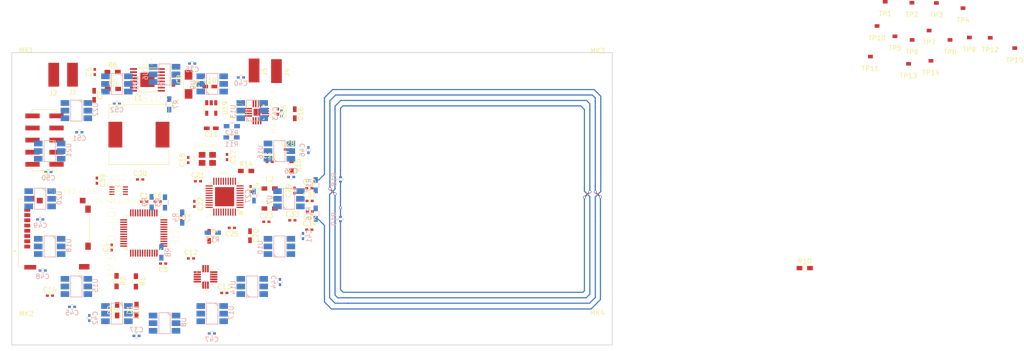
<source format=kicad_pcb>
(kicad_pcb (version 4) (host pcbnew 4.0.6)
  (layers (0 F.Cu signal) (31 B.Cu signal) (34 B.Paste user) (35 F.Paste user) (36 B.SilkS user) (37 F.SilkS user) (38 B.Mask user) (39 F.Mask user hide) (44 Edge.Cuts user))
  (net 0 "")
  (net 1 +3V3)
  (net 2 GND)
  (net 3 +BATT)
  (net 4 +5V)
  (net 5 "Net-(C17-Pad1)")
  (net 6 "Net-(C18-Pad1)")
  (net 7 "Net-(C20-Pad1)")
  (net 8 VCC)
  (net 9 "Net-(C26-Pad1)")
  (net 10 "Net-(C28-Pad1)")
  (net 11 "Net-(C28-Pad2)")
  (net 12 "Net-(C29-Pad1)")
  (net 13 "Net-(C29-Pad2)")
  (net 14 "Net-(C31-Pad2)")
  (net 15 "Net-(C32-Pad2)")
  (net 16 "Net-(D1-Pad2)")
  (net 17 "Net-(D2-Pad2)")
  (net 18 SWDIO)
  (net 19 SWCLK)
  (net 20 "Net-(J3-Pad6)")
  (net 21 "Net-(J3-Pad7)")
  (net 22 "Net-(J3-Pad8)")
  (net 23 "Net-(J3-Pad9)")
  (net 24 nRST)
  (net 25 "Net-(J4-Pad1)")
  (net 26 "Net-(J5-Pad1)")
  (net 27 "Net-(J6-Pad1)")
  (net 28 SPI_NSS)
  (net 29 SPI_MOSI)
  (net 30 SPI_SCK)
  (net 31 SPI_MISO)
  (net 32 "Net-(J6-Pad8)")
  (net 33 SD_SW)
  (net 34 SD_DETECT)
  (net 35 "Net-(L1-Pad2)")
  (net 36 "Net-(L2-Pad1)")
  (net 37 "Net-(L3-Pad1)")
  (net 38 "Net-(R1-Pad1)")
  (net 39 "Net-(R2-Pad1)")
  (net 40 "Net-(R3-Pad2)")
  (net 41 "Net-(R5-Pad2)")
  (net 42 "Net-(R7-Pad2)")
  (net 43 I2C_SCL)
  (net 44 I2C_SDA)
  (net 45 "Net-(R11-Pad2)")
  (net 46 NFC_RST_PDN_N)
  (net 47 "Net-(R16-Pad2)")
  (net 48 "Net-(R17-Pad1)")
  (net 49 I2S_WS)
  (net 50 I2S_CK)
  (net 51 I2S_SD)
  (net 52 XL_INT1)
  (net 53 DotStar_Data_5V)
  (net 54 DotStar_Clk_5V)
  (net 55 "Net-(U1-Pad12)")
  (net 56 "Net-(U1-Pad16)")
  (net 57 "Net-(U2-Pad2)")
  (net 58 "Net-(U2-Pad3)")
  (net 59 "Net-(U2-Pad4)")
  (net 60 "Net-(U2-Pad5)")
  (net 61 "Net-(U2-Pad6)")
  (net 62 "Net-(U2-Pad10)")
  (net 63 "Net-(U2-Pad11)")
  (net 64 "Net-(U2-Pad12)")
  (net 65 "Net-(U2-Pad13)")
  (net 66 DotStar_Data_3V)
  (net 67 DotStar_Clk_3V)
  (net 68 "Net-(U2-Pad20)")
  (net 69 AUDIO_SD_N)
  (net 70 "Net-(U2-Pad27)")
  (net 71 "Net-(U2-Pad33)")
  (net 72 "Net-(U2-Pad38)")
  (net 73 "Net-(U2-Pad39)")
  (net 74 XL_INT2)
  (net 75 NFC_IRQ)
  (net 76 NFC_RST_N)
  (net 77 "Net-(U3-Pad7)")
  (net 78 "Net-(U3-Pad2)")
  (net 79 "Net-(U3-Pad3)")
  (net 80 "Net-(U4-Pad5)")
  (net 81 "Net-(U4-Pad6)")
  (net 82 "Net-(U4-Pad12)")
  (net 83 "Net-(U4-Pad13)")
  (net 84 "Net-(U5-Pad32)")
  (net 85 "Net-(U5-Pad31)")
  (net 86 "Net-(U5-Pad30)")
  (net 87 "Net-(U5-Pad29)")
  (net 88 "Net-(U5-Pad24)")
  (net 89 "Net-(U5-Pad22)")
  (net 90 "Net-(U5-Pad21)")
  (net 91 "Net-(U5-Pad20)")
  (net 92 "Net-(U5-Pad19)")
  (net 93 "Net-(U5-Pad13)")
  (net 94 "Net-(U5-Pad12)")
  (net 95 "Net-(U5-Pad2)")
  (net 96 "Net-(U5-Pad33)")
  (net 97 "Net-(U5-Pad34)")
  (net 98 "Net-(U5-Pad35)")
  (net 99 "Net-(U5-Pad36)")
  (net 100 "Net-(U6-Pad5)")
  (net 101 "Net-(U6-Pad6)")
  (net 102 "Net-(U10-Pad2)")
  (net 103 DotStar_CO_0)
  (net 104 DotStar_DO_0)
  (net 105 "Net-(U10-Pad1)")
  (net 106 "Net-(U11-Pad2)")
  (net 107 DotStar_CO_1)
  (net 108 DotStar_DO_1)
  (net 109 "Net-(U11-Pad1)")
  (net 110 "Net-(U13-Pad2)")
  (net 111 "Net-(U13-Pad1)")
  (net 112 "Net-(U10-Pad5)")
  (net 113 "Net-(U10-Pad6)")
  (net 114 "Net-(U11-Pad5)")
  (net 115 "Net-(U11-Pad6)")
  (net 116 "Net-(U13-Pad5)")
  (net 117 "Net-(U13-Pad6)")
  (net 118 "Net-(U14-Pad5)")
  (net 119 "Net-(U14-Pad6)")
  (net 120 "Net-(U15-Pad5)")
  (net 121 "Net-(U15-Pad6)")
  (net 122 "Net-(U19-Pad4)")
  (net 123 DotStar_CO_2)
  (net 124 DotStar_DO_2)
  (net 125 "Net-(U20-Pad5)")
  (net 126 "Net-(U20-Pad6)")
  (net 127 "Net-(U21-Pad5)")
  (net 128 "Net-(U21-Pad6)")
  (net 129 "Net-(U22-Pad5)")
  (net 130 "Net-(U22-Pad6)")
  (net 131 "Net-(U23-Pad5)")
  (net 132 "Net-(U23-Pad6)")
  (module NFC_Toy_Lib:SOP50P310X90-8N (layer F.Cu) (at 78.4225 63.6905)
    (fp_text reference U12 (at 0 -2.667) (layer F.SilkS) (effects (font (size 1.2 1.2) (thickness 0.05))))
    (fp_text value SN74LVC2T45 (at 0 2.286) (layer F.SilkS) (effects (font (thickness 0.05))))
    (pad 1 smd rect (at -1.4224 -0.762) (size 1.0668 0.254) (layers F.Cu F.Paste F.Mask) (net 1 +3V3))
    (pad 2 smd rect (at -1.4224 -0.254) (size 1.0668 0.254) (layers F.Cu F.Paste F.Mask) (net 66 DotStar_Data_3V))
    (pad 3 smd rect (at -1.4224 0.254) (size 1.0668 0.254) (layers F.Cu F.Paste F.Mask) (net 67 DotStar_Clk_3V))
    (pad 4 smd rect (at -1.4224 0.762) (size 1.0668 0.254) (layers F.Cu F.Paste F.Mask) (net 2 GND))
    (pad 5 smd rect (at 1.4224 0.762) (size 1.0668 0.254) (layers F.Cu F.Paste F.Mask) (net 1 +3V3))
    (pad 6 smd rect (at 1.4224 0.254) (size 1.0668 0.254) (layers F.Cu F.Paste F.Mask) (net 54 DotStar_Clk_5V))
    (pad 7 smd rect (at 1.4224 -0.254) (size 1.0668 0.254) (layers F.Cu F.Paste F.Mask) (net 53 DotStar_Data_5V))
    (pad 8 smd rect (at 1.4224 -0.762) (size 1.0668 0.254) (layers F.Cu F.Paste F.Mask) (net 4 +5V))
  )
  (module NFC_Toy_Lib:OSCCC500X320X105N (layer F.Cu) (at 97.028 57.023 180)
    (fp_text reference Y1 (at 0 -2.794 180) (layer F.SilkS) (effects (font (size 0.802409 0.802409) (thickness 0.05))))
    (fp_text value Oscillator (at 0.04072 2.78303 180) (layer F.SilkS) (effects (font (size 0.802531 0.802531) (thickness 0.05))))
    (pad 4 smd rect (at -1.1 -0.85 180) (size 1.4 1.2) (layers F.Cu F.Paste F.Mask) (net 2 GND))
    (pad 3 smd rect (at 1.1 -0.85 180) (size 1.4 1.2) (layers F.Cu F.Paste F.Mask) (net 6 "Net-(C18-Pad1)"))
    (pad 1 smd rect (at -1.1 0.85 180) (size 1.4 1.2) (layers F.Cu F.Paste F.Mask) (net 5 "Net-(C17-Pad1)"))
    (pad 2 smd rect (at 1.1 0.85 180) (size 1.4 1.2) (layers F.Cu F.Paste F.Mask) (net 2 GND))
  )
  (module NFC_Toy_Lib:QFP50P900X900X160-48N (layer F.Cu) (at 83.693 72.5805 270)
    (fp_text reference U2 (at 0.508 -6.5405 270) (layer F.SilkS) (effects (font (size 1.64147 1.64147) (thickness 0.05))))
    (fp_text value STM32L0-LQFP48 (at 0 6.731 270) (layer F.SilkS) (effects (font (size 1.64409 1.64409) (thickness 0.05))))
    (pad 1 smd rect (at -4.2164 -2.7432 180) (size 0.2794 1.4732) (layers F.Cu F.Paste F.Mask) (net 1 +3V3))
    (pad 2 smd rect (at -4.2164 -2.2606 180) (size 0.2794 1.4732) (layers F.Cu F.Paste F.Mask) (net 57 "Net-(U2-Pad2)"))
    (pad 3 smd rect (at -4.2164 -1.7526 180) (size 0.2794 1.4732) (layers F.Cu F.Paste F.Mask) (net 58 "Net-(U2-Pad3)"))
    (pad 4 smd rect (at -4.2164 -1.2446 180) (size 0.2794 1.4732) (layers F.Cu F.Paste F.Mask) (net 59 "Net-(U2-Pad4)"))
    (pad 5 smd rect (at -4.2164 -0.762 180) (size 0.2794 1.4732) (layers F.Cu F.Paste F.Mask) (net 60 "Net-(U2-Pad5)"))
    (pad 6 smd rect (at -4.2164 -0.254 180) (size 0.2794 1.4732) (layers F.Cu F.Paste F.Mask) (net 61 "Net-(U2-Pad6)"))
    (pad 7 smd rect (at -4.2164 0.254 180) (size 0.2794 1.4732) (layers F.Cu F.Paste F.Mask) (net 24 nRST))
    (pad 8 smd rect (at -4.2164 0.762 180) (size 0.2794 1.4732) (layers F.Cu F.Paste F.Mask) (net 2 GND))
    (pad 9 smd rect (at -4.2164 1.2446 180) (size 0.2794 1.4732) (layers F.Cu F.Paste F.Mask) (net 1 +3V3))
    (pad 10 smd rect (at -4.2164 1.7526 180) (size 0.2794 1.4732) (layers F.Cu F.Paste F.Mask) (net 62 "Net-(U2-Pad10)"))
    (pad 11 smd rect (at -4.2164 2.2606 180) (size 0.2794 1.4732) (layers F.Cu F.Paste F.Mask) (net 63 "Net-(U2-Pad11)"))
    (pad 12 smd rect (at -4.2164 2.7432 180) (size 0.2794 1.4732) (layers F.Cu F.Paste F.Mask) (net 64 "Net-(U2-Pad12)"))
    (pad 13 smd rect (at -2.7432 4.2164 90) (size 0.2794 1.4732) (layers F.Cu F.Paste F.Mask) (net 65 "Net-(U2-Pad13)"))
    (pad 14 smd rect (at -2.2606 4.2164 90) (size 0.2794 1.4732) (layers F.Cu F.Paste F.Mask) (net 28 SPI_NSS))
    (pad 15 smd rect (at -1.7526 4.2164 90) (size 0.2794 1.4732) (layers F.Cu F.Paste F.Mask) (net 30 SPI_SCK))
    (pad 16 smd rect (at -1.2446 4.2164 90) (size 0.2794 1.4732) (layers F.Cu F.Paste F.Mask) (net 31 SPI_MISO))
    (pad 17 smd rect (at -0.762 4.2164 90) (size 0.2794 1.4732) (layers F.Cu F.Paste F.Mask) (net 29 SPI_MOSI))
    (pad 18 smd rect (at -0.254 4.2164 90) (size 0.2794 1.4732) (layers F.Cu F.Paste F.Mask) (net 66 DotStar_Data_3V))
    (pad 19 smd rect (at 0.254 4.2164 90) (size 0.2794 1.4732) (layers F.Cu F.Paste F.Mask) (net 67 DotStar_Clk_3V))
    (pad 20 smd rect (at 0.762 4.2164 90) (size 0.2794 1.4732) (layers F.Cu F.Paste F.Mask) (net 68 "Net-(U2-Pad20)"))
    (pad 21 smd rect (at 1.2446 4.2164 90) (size 0.2794 1.4732) (layers F.Cu F.Paste F.Mask) (net 46 NFC_RST_PDN_N))
    (pad 22 smd rect (at 1.7526 4.2164 90) (size 0.2794 1.4732) (layers F.Cu F.Paste F.Mask) (net 69 AUDIO_SD_N))
    (pad 23 smd rect (at 2.2606 4.2164 90) (size 0.2794 1.4732) (layers F.Cu F.Paste F.Mask) (net 2 GND))
    (pad 24 smd rect (at 2.7432 4.2164 90) (size 0.2794 1.4732) (layers F.Cu F.Paste F.Mask) (net 1 +3V3))
    (pad 25 smd rect (at 4.2164 2.7432 180) (size 0.2794 1.4732) (layers F.Cu F.Paste F.Mask) (net 49 I2S_WS))
    (pad 26 smd rect (at 4.2164 2.2606 180) (size 0.2794 1.4732) (layers F.Cu F.Paste F.Mask) (net 50 I2S_CK))
    (pad 27 smd rect (at 4.2164 1.7526 180) (size 0.2794 1.4732) (layers F.Cu F.Paste F.Mask) (net 70 "Net-(U2-Pad27)"))
    (pad 28 smd rect (at 4.2164 1.2446 180) (size 0.2794 1.4732) (layers F.Cu F.Paste F.Mask) (net 51 I2S_SD))
    (pad 29 smd rect (at 4.2164 0.762 180) (size 0.2794 1.4732) (layers F.Cu F.Paste F.Mask) (net 34 SD_DETECT))
    (pad 30 smd rect (at 4.2164 0.254 180) (size 0.2794 1.4732) (layers F.Cu F.Paste F.Mask) (net 33 SD_SW))
    (pad 31 smd rect (at 4.2164 -0.254 180) (size 0.2794 1.4732) (layers F.Cu F.Paste F.Mask) (net 38 "Net-(R1-Pad1)"))
    (pad 32 smd rect (at 4.2164 -0.762 180) (size 0.2794 1.4732) (layers F.Cu F.Paste F.Mask) (net 39 "Net-(R2-Pad1)"))
    (pad 33 smd rect (at 4.2164 -1.2446 180) (size 0.2794 1.4732) (layers F.Cu F.Paste F.Mask) (net 71 "Net-(U2-Pad33)"))
    (pad 34 smd rect (at 4.2164 -1.7526 180) (size 0.2794 1.4732) (layers F.Cu F.Paste F.Mask) (net 18 SWDIO))
    (pad 35 smd rect (at 4.2164 -2.2606 180) (size 0.2794 1.4732) (layers F.Cu F.Paste F.Mask) (net 2 GND))
    (pad 36 smd rect (at 4.2164 -2.7432 180) (size 0.2794 1.4732) (layers F.Cu F.Paste F.Mask) (net 1 +3V3))
    (pad 37 smd rect (at 2.7432 -4.2164 90) (size 0.2794 1.4732) (layers F.Cu F.Paste F.Mask) (net 19 SWCLK))
    (pad 38 smd rect (at 2.2606 -4.2164 90) (size 0.2794 1.4732) (layers F.Cu F.Paste F.Mask) (net 72 "Net-(U2-Pad38)"))
    (pad 39 smd rect (at 1.7526 -4.2164 90) (size 0.2794 1.4732) (layers F.Cu F.Paste F.Mask) (net 73 "Net-(U2-Pad39)"))
    (pad 40 smd rect (at 1.2446 -4.2164 90) (size 0.2794 1.4732) (layers F.Cu F.Paste F.Mask) (net 74 XL_INT2))
    (pad 41 smd rect (at 0.762 -4.2164 90) (size 0.2794 1.4732) (layers F.Cu F.Paste F.Mask) (net 52 XL_INT1))
    (pad 42 smd rect (at 0.254 -4.2164 90) (size 0.2794 1.4732) (layers F.Cu F.Paste F.Mask) (net 43 I2C_SCL))
    (pad 43 smd rect (at -0.254 -4.2164 90) (size 0.2794 1.4732) (layers F.Cu F.Paste F.Mask) (net 44 I2C_SDA))
    (pad 44 smd rect (at -0.762 -4.2164 90) (size 0.2794 1.4732) (layers F.Cu F.Paste F.Mask) (net 40 "Net-(R3-Pad2)"))
    (pad 45 smd rect (at -1.2446 -4.2164 90) (size 0.2794 1.4732) (layers F.Cu F.Paste F.Mask) (net 75 NFC_IRQ))
    (pad 46 smd rect (at -1.7526 -4.2164 90) (size 0.2794 1.4732) (layers F.Cu F.Paste F.Mask) (net 76 NFC_RST_N))
    (pad 47 smd rect (at -2.2606 -4.2164 90) (size 0.2794 1.4732) (layers F.Cu F.Paste F.Mask) (net 2 GND))
    (pad 48 smd rect (at -2.7432 -4.2164 90) (size 0.2794 1.4732) (layers F.Cu F.Paste F.Mask) (net 1 +3V3))
  )
  (module NFC_Toy_Lib:SOP65P640X120-17N (layer F.Cu) (at 84.455 40.4495)
    (fp_text reference U1 (at 0.127 -3.81) (layer F.SilkS) (effects (font (size 1.5 1.5) (thickness 0.05))))
    (fp_text value TPS61032 (at 0.254 3.937) (layer F.SilkS) (effects (font (size 1.5 1.5) (thickness 0.05))))
    (pad 1 smd rect (at -2.921 -2.286) (size 1.4732 0.3556) (layers F.Cu F.Paste F.Mask) (net 35 "Net-(L1-Pad2)"))
    (pad 2 smd rect (at -2.921 -1.6256) (size 1.4732 0.3556) (layers F.Cu F.Paste F.Mask) (net 35 "Net-(L1-Pad2)"))
    (pad 3 smd rect (at -2.921 -0.9652) (size 1.4732 0.3556) (layers F.Cu F.Paste F.Mask) (net 2 GND))
    (pad 4 smd rect (at -2.921 -0.3302) (size 1.4732 0.3556) (layers F.Cu F.Paste F.Mask) (net 2 GND))
    (pad 5 smd rect (at -2.921 0.3302) (size 1.4732 0.3556) (layers F.Cu F.Paste F.Mask) (net 2 GND))
    (pad 6 smd rect (at -2.921 0.9652) (size 1.4732 0.3556) (layers F.Cu F.Paste F.Mask) (net 3 +BATT))
    (pad 7 smd rect (at -2.921 1.6256) (size 1.4732 0.3556) (layers F.Cu F.Paste F.Mask) (net 41 "Net-(R5-Pad2)"))
    (pad 8 smd rect (at -2.921 2.286) (size 1.4732 0.3556) (layers F.Cu F.Paste F.Mask) (net 2 GND))
    (pad 9 smd rect (at 2.921 2.286) (size 1.4732 0.3556) (layers F.Cu F.Paste F.Mask) (net 3 +BATT))
    (pad 10 smd rect (at 2.921 1.6256) (size 1.4732 0.3556) (layers F.Cu F.Paste F.Mask) (net 42 "Net-(R7-Pad2)"))
    (pad 11 smd rect (at 2.921 0.9652) (size 1.4732 0.3556) (layers F.Cu F.Paste F.Mask) (net 2 GND))
    (pad 12 smd rect (at 2.921 0.3302) (size 1.4732 0.3556) (layers F.Cu F.Paste F.Mask) (net 55 "Net-(U1-Pad12)"))
    (pad 13 smd rect (at 2.921 -0.3302) (size 1.4732 0.3556) (layers F.Cu F.Paste F.Mask) (net 4 +5V))
    (pad 14 smd rect (at 2.921 -0.9652) (size 1.4732 0.3556) (layers F.Cu F.Paste F.Mask) (net 4 +5V))
    (pad 15 smd rect (at 2.921 -1.6256) (size 1.4732 0.3556) (layers F.Cu F.Paste F.Mask) (net 4 +5V))
    (pad 16 smd rect (at 2.921 -2.286) (size 1.4732 0.3556) (layers F.Cu F.Paste F.Mask) (net 56 "Net-(U1-Pad16)"))
    (pad 17 smd rect (at 0 0) (size 2.9972 2.9972) (layers F.Cu F.Paste F.Mask) (net 2 GND))
  )
  (module NFC_Toy_Lib:HVQFN40-6X6 (layer F.Cu) (at 100.6475 64.9605 180)
    (fp_text reference U5 (at 3.302 -4.064 180) (layer F.SilkS) (effects (font (size 0.641265 0.641265) (thickness 0.05))))
    (fp_text value PN532 (at 0 4.953 180) (layer F.SilkS) (effects (font (size 0.5 0.5) (thickness 0.05))))
    (pad TP smd rect (at 0 0 180) (size 4 4) (layers F.Cu F.Paste F.Mask) (net 2 GND))
    (pad 32 smd rect (at 1.75 -3.24 180) (size 0.25 1.5) (layers F.Cu F.Paste F.Mask) (net 84 "Net-(U5-Pad32)"))
    (pad 31 smd rect (at 2.25 -3.24 180) (size 0.25 1.5) (layers F.Cu F.Paste F.Mask) (net 85 "Net-(U5-Pad31)"))
    (pad 30 smd rect (at 3.24 -2.25 90) (size 0.25 1.5) (layers F.Cu F.Paste F.Mask) (net 86 "Net-(U5-Pad30)"))
    (pad 29 smd rect (at 3.24 -1.75 90) (size 0.25 1.5) (layers F.Cu F.Paste F.Mask) (net 87 "Net-(U5-Pad29)"))
    (pad 28 smd rect (at 3.24 -1.25 90) (size 0.25 1.5) (layers F.Cu F.Paste F.Mask) (net 44 I2C_SDA))
    (pad 27 smd rect (at 3.24 -0.75 90) (size 0.25 1.5) (layers F.Cu F.Paste F.Mask) (net 43 I2C_SCL))
    (pad 26 smd rect (at 3.24 -0.25 90) (size 0.25 1.5) (layers F.Cu F.Paste F.Mask) (net 76 NFC_RST_N))
    (pad 25 smd rect (at 3.24 0.25 90) (size 0.25 1.5) (layers F.Cu F.Paste F.Mask) (net 75 NFC_IRQ))
    (pad 24 smd rect (at 3.24 0.75 90) (size 0.25 1.5) (layers F.Cu F.Paste F.Mask) (net 88 "Net-(U5-Pad24)"))
    (pad 23 smd rect (at 3.24 1.25 90) (size 0.25 1.5) (layers F.Cu F.Paste F.Mask) (net 1 +3V3))
    (pad 22 smd rect (at 3.24 1.75 90) (size 0.25 1.5) (layers F.Cu F.Paste F.Mask) (net 89 "Net-(U5-Pad22)"))
    (pad 21 smd rect (at 3.24 2.25 90) (size 0.25 1.5) (layers F.Cu F.Paste F.Mask) (net 90 "Net-(U5-Pad21)"))
    (pad 20 smd rect (at 2.25 3.24) (size 0.25 1.5) (layers F.Cu F.Paste F.Mask) (net 91 "Net-(U5-Pad20)"))
    (pad 19 smd rect (at 1.75 3.24) (size 0.25 1.5) (layers F.Cu F.Paste F.Mask) (net 92 "Net-(U5-Pad19)"))
    (pad 18 smd rect (at 1.25 3.24) (size 0.25 1.5) (layers F.Cu F.Paste F.Mask) (net 2 GND))
    (pad 17 smd rect (at 0.75 3.24) (size 0.25 1.5) (layers F.Cu F.Paste F.Mask) (net 2 GND))
    (pad 16 smd rect (at 0.25 3.24) (size 0.25 1.5) (layers F.Cu F.Paste F.Mask) (net 1 +3V3))
    (pad 15 smd rect (at -0.25 3.24) (size 0.25 1.5) (layers F.Cu F.Paste F.Mask) (net 6 "Net-(C18-Pad1)"))
    (pad 14 smd rect (at -0.75 3.24) (size 0.25 1.5) (layers F.Cu F.Paste F.Mask) (net 5 "Net-(C17-Pad1)"))
    (pad 13 smd rect (at -1.25 3.24) (size 0.25 1.5) (layers F.Cu F.Paste F.Mask) (net 93 "Net-(U5-Pad13)"))
    (pad 12 smd rect (at -1.75 3.24) (size 0.25 1.5) (layers F.Cu F.Paste F.Mask) (net 94 "Net-(U5-Pad12)"))
    (pad 11 smd rect (at -2.25 3.24) (size 0.25 1.5) (layers F.Cu F.Paste F.Mask) (net 2 GND))
    (pad 10 smd rect (at -3.24 2.25 270) (size 0.25 1.5) (layers F.Cu F.Paste F.Mask) (net 10 "Net-(C28-Pad1)"))
    (pad 9 smd rect (at -3.24 1.75 270) (size 0.25 1.5) (layers F.Cu F.Paste F.Mask) (net 9 "Net-(C26-Pad1)"))
    (pad 8 smd rect (at -3.24 1.25 270) (size 0.25 1.5) (layers F.Cu F.Paste F.Mask) (net 8 VCC))
    (pad 7 smd rect (at -3.24 0.75 270) (size 0.25 1.5) (layers F.Cu F.Paste F.Mask) (net 2 GND))
    (pad 6 smd rect (at -3.24 0.25 270) (size 0.25 1.5) (layers F.Cu F.Paste F.Mask) (net 36 "Net-(L2-Pad1)"))
    (pad 5 smd rect (at -3.24 -0.25 270) (size 0.25 1.5) (layers F.Cu F.Paste F.Mask) (net 8 VCC))
    (pad 4 smd rect (at -3.24 -0.75 270) (size 0.25 1.5) (layers F.Cu F.Paste F.Mask) (net 37 "Net-(L3-Pad1)"))
    (pad 3 smd rect (at -3.24 -1.25 270) (size 0.25 1.5) (layers F.Cu F.Paste F.Mask) (net 2 GND))
    (pad 2 smd rect (at -3.24 -1.75 270) (size 0.25 1.5) (layers F.Cu F.Paste F.Mask) (net 95 "Net-(U5-Pad2)"))
    (pad 1 smd rect (at -3.24 -2.25 270) (size 0.25 1.5) (layers F.Cu F.Paste F.Mask) (net 2 GND))
    (pad 33 smd rect (at 1.25 -3.24 180) (size 0.25 1.5) (layers F.Cu F.Paste F.Mask) (net 96 "Net-(U5-Pad33)"))
    (pad 34 smd rect (at 0.75 -3.24 180) (size 0.25 1.5) (layers F.Cu F.Paste F.Mask) (net 97 "Net-(U5-Pad34)"))
    (pad 35 smd rect (at 0.25 -3.24 180) (size 0.25 1.5) (layers F.Cu F.Paste F.Mask) (net 98 "Net-(U5-Pad35)"))
    (pad 36 smd rect (at -0.25 -3.24 180) (size 0.25 1.5) (layers F.Cu F.Paste F.Mask) (net 99 "Net-(U5-Pad36)"))
    (pad 37 smd rect (at -0.75 -3.24 180) (size 0.25 1.5) (layers F.Cu F.Paste F.Mask) (net 7 "Net-(C20-Pad1)"))
    (pad 38 smd rect (at -1.25 -3.24 180) (size 0.25 1.5) (layers F.Cu F.Paste F.Mask) (net 46 NFC_RST_PDN_N))
    (pad 39 smd rect (at -1.75 -3.24 180) (size 0.25 1.5) (layers F.Cu F.Paste F.Mask) (net 8 VCC))
    (pad 40 smd rect (at -2.25 -3.24 180) (size 0.25 1.5) (layers F.Cu F.Paste F.Mask) (net 1 +3V3))
  )
  (module NFC_Toy_Lib:LGA16R50P5X3_300X300X100N (layer F.Cu) (at 96.647 81.788)
    (fp_text reference U3 (at 1.397 -2.413) (layer F.SilkS) (effects (font (size 0.48109 0.48109) (thickness 0.05))))
    (fp_text value LIS3DH (at 0 3.048) (layer F.SilkS) (effects (font (size 0.481278 0.481278) (thickness 0.05))))
    (pad 6 smd rect (at -0.5 1.725 90) (size 1.52 0.35) (layers F.Cu F.Paste F.Mask) (net 44 I2C_SDA))
    (pad 7 smd rect (at 0 1.725 90) (size 1.52 0.35) (layers F.Cu F.Paste F.Mask) (net 77 "Net-(U3-Pad7)"))
    (pad 8 smd rect (at 0.5 1.725 90) (size 1.52 0.35) (layers F.Cu F.Paste F.Mask) (net 1 +3V3))
    (pad 9 smd rect (at 1.725 1) (size 1.52 0.35) (layers F.Cu F.Paste F.Mask) (net 74 XL_INT2))
    (pad 10 smd rect (at 1.725 0.5) (size 1.52 0.35) (layers F.Cu F.Paste F.Mask) (net 2 GND))
    (pad 11 smd rect (at 1.725 0) (size 1.52 0.35) (layers F.Cu F.Paste F.Mask) (net 52 XL_INT1))
    (pad 12 smd rect (at 1.725 -0.5) (size 1.52 0.35) (layers F.Cu F.Paste F.Mask) (net 2 GND))
    (pad 13 smd rect (at 1.725 -1) (size 1.52 0.35) (layers F.Cu F.Paste F.Mask) (net 2 GND))
    (pad 14 smd rect (at 0.5 -1.725 90) (size 1.52 0.35) (layers F.Cu F.Paste F.Mask) (net 1 +3V3))
    (pad 15 smd rect (at 0 -1.725 90) (size 1.52 0.35) (layers F.Cu F.Paste F.Mask) (net 2 GND))
    (pad 16 smd rect (at -0.5 -1.725 90) (size 1.52 0.35) (layers F.Cu F.Paste F.Mask) (net 2 GND))
    (pad 1 smd rect (at -1.725 -1 180) (size 1.52 0.35) (layers F.Cu F.Paste F.Mask) (net 1 +3V3))
    (pad 2 smd rect (at -1.725 -0.5 180) (size 1.52 0.35) (layers F.Cu F.Paste F.Mask) (net 78 "Net-(U3-Pad2)"))
    (pad 3 smd rect (at -1.725 0 180) (size 1.52 0.35) (layers F.Cu F.Paste F.Mask) (net 79 "Net-(U3-Pad3)"))
    (pad 4 smd rect (at -1.725 0.5 180) (size 1.52 0.35) (layers F.Cu F.Paste F.Mask) (net 43 I2C_SCL))
    (pad 5 smd rect (at -1.725 1 180) (size 1.52 0.35) (layers F.Cu F.Paste F.Mask) (net 2 GND))
  )
  (module NFC_Toy_Lib:QFN50P300X300X80-17N (layer F.Cu) (at 107.442 47.244 90)
    (fp_text reference U4 (at 2.032 -3.556 90) (layer F.SilkS) (effects (font (size 1.3 1.3) (thickness 0.05))))
    (fp_text value MAX98357 (at 0 3.556 90) (layer F.SilkS) (effects (font (size 1.2 1.2) (thickness 0.05))))
    (pad 1 smd rect (at -1.7914 -0.762) (size 0.3048 1.5) (layers F.Cu F.Paste F.Mask) (net 51 I2S_SD))
    (pad 2 smd rect (at -1.7914 -0.254) (size 0.3048 1.5) (layers F.Cu F.Paste F.Mask) (net 69 AUDIO_SD_N))
    (pad 3 smd rect (at -1.7914 0.254) (size 0.3048 1.5) (layers F.Cu F.Paste F.Mask) (net 2 GND))
    (pad 4 smd rect (at -1.7914 0.762) (size 0.3048 1.5) (layers F.Cu F.Paste F.Mask) (net 45 "Net-(R11-Pad2)"))
    (pad 5 smd rect (at -0.762 1.7914 270) (size 0.3048 1.5) (layers F.Cu F.Paste F.Mask) (net 80 "Net-(U4-Pad5)"))
    (pad 6 smd rect (at -0.254 1.7914 270) (size 0.3048 1.5) (layers F.Cu F.Paste F.Mask) (net 81 "Net-(U4-Pad6)"))
    (pad 7 smd rect (at 0.254 1.7914 270) (size 0.3048 1.5) (layers F.Cu F.Paste F.Mask) (net 4 +5V))
    (pad 8 smd rect (at 0.762 1.7914 270) (size 0.3048 1.5) (layers F.Cu F.Paste F.Mask) (net 4 +5V))
    (pad 9 smd rect (at 1.7914 0.762) (size 0.3048 1.5) (layers F.Cu F.Paste F.Mask) (net 26 "Net-(J5-Pad1)"))
    (pad 10 smd rect (at 1.7914 0.254) (size 0.3048 1.5) (layers F.Cu F.Paste F.Mask) (net 25 "Net-(J4-Pad1)"))
    (pad 11 smd rect (at 1.7914 -0.254) (size 0.3048 1.5) (layers F.Cu F.Paste F.Mask) (net 2 GND))
    (pad 12 smd rect (at 1.7914 -0.762) (size 0.3048 1.5) (layers F.Cu F.Paste F.Mask) (net 82 "Net-(U4-Pad12)"))
    (pad 13 smd rect (at 0.762 -1.7914 270) (size 0.3048 1.5) (layers F.Cu F.Paste F.Mask) (net 83 "Net-(U4-Pad13)"))
    (pad 14 smd rect (at 0.254 -1.7914 270) (size 0.3048 1.5) (layers F.Cu F.Paste F.Mask) (net 49 I2S_WS))
    (pad 15 smd rect (at -0.254 -1.7914 270) (size 0.3048 1.5) (layers F.Cu F.Paste F.Mask) (net 2 GND))
    (pad 16 smd rect (at -0.762 -1.7914 270) (size 0.3048 1.5) (layers F.Cu F.Paste F.Mask) (net 50 I2S_CK))
    (pad 17 smd rect (at 0 0 90) (size 1.4478 1.4478) (layers F.Cu F.Paste F.Mask) (net 2 GND))
  )
  (module Capacitors_SMD:C_0402 (layer F.Cu) (at 83.7565 65.9765)
    (fp_text reference C1 (at 0 -1.27) (layer F.SilkS))
    (fp_text value 0.1u)
    (pad 1 smd rect (at -0.55 0) (size 0.6 0.5) (layers F.Cu F.Paste F.Mask) (net 1 +3V3))
    (pad 2 smd rect (at 0.55 0) (size 0.6 0.5) (layers F.Cu F.Paste F.Mask) (net 2 GND))
  )
  (module Capacitors_SMD:C_0402 (layer F.Cu) (at 91.567 69.4055 270)
    (fp_text reference C2 (at 0 -1.27 270) (layer F.SilkS))
    (fp_text value 0.1u)
    (pad 1 smd rect (at -0.55 0 270) (size 0.6 0.5) (layers F.Cu F.Paste F.Mask) (net 1 +3V3))
    (pad 2 smd rect (at 0.55 0 270) (size 0.6 0.5) (layers F.Cu F.Paste F.Mask) (net 2 GND))
  )
  (module Capacitors_SMD:C_0402 (layer F.Cu) (at 87.757 78.994 180)
    (fp_text reference C3 (at 0 -1.27 180) (layer F.SilkS))
    (fp_text value 0.1u)
    (pad 1 smd rect (at -0.55 0 180) (size 0.6 0.5) (layers F.Cu F.Paste F.Mask) (net 1 +3V3))
    (pad 2 smd rect (at 0.55 0 180) (size 0.6 0.5) (layers F.Cu F.Paste F.Mask) (net 2 GND))
  )
  (module Capacitors_SMD:C_0402 (layer F.Cu) (at 76.962 75.6285 90)
    (fp_text reference C4 (at 0 -1.27 90) (layer F.SilkS))
    (fp_text value 0.1u)
    (pad 1 smd rect (at -0.55 0 90) (size 0.6 0.5) (layers F.Cu F.Paste F.Mask) (net 1 +3V3))
    (pad 2 smd rect (at 0.55 0 90) (size 0.6 0.5) (layers F.Cu F.Paste F.Mask) (net 2 GND))
  )
  (module Capacitors_SMD:C_0402 (layer F.Cu) (at 73.406 38.7985 90)
    (fp_text reference C5 (at 0 -1.27 90) (layer F.SilkS))
    (fp_text value 0.1u)
    (pad 1 smd rect (at -0.55 0 90) (size 0.6 0.5) (layers F.Cu F.Paste F.Mask) (net 3 +BATT))
    (pad 2 smd rect (at 0.55 0 90) (size 0.6 0.5) (layers F.Cu F.Paste F.Mask) (net 2 GND))
  )
  (module Capacitors_SMD:C_0402 (layer F.Cu) (at 86.614 65.9765 180)
    (fp_text reference C6 (at 0.0635 1.27 180) (layer F.SilkS))
    (fp_text value 0.1u)
    (pad 1 smd rect (at -0.55 0 180) (size 0.6 0.5) (layers F.Cu F.Paste F.Mask) (net 1 +3V3))
    (pad 2 smd rect (at 0.55 0 180) (size 0.6 0.5) (layers F.Cu F.Paste F.Mask) (net 2 GND))
  )
  (module Capacitors_SMD:C_0603_HandSoldering (layer F.Cu) (at 73.279 43.688 270)
    (fp_text reference C7 (at 0 -1.25 270) (layer F.SilkS))
    (fp_text value 10u)
    (pad 1 smd rect (at -0.95 0 270) (size 1.2 0.75) (layers F.Cu F.Paste F.Mask) (net 3 +BATT))
    (pad 2 smd rect (at 0.95 0 270) (size 1.2 0.75) (layers F.Cu F.Paste F.Mask) (net 2 GND))
  )
  (module Capacitors_SMD:C_0603_HandSoldering (layer F.Cu) (at 89.916 40.3225 270)
    (fp_text reference C8 (at 0 -1.25 270) (layer F.SilkS))
    (fp_text value 2.2u)
    (pad 1 smd rect (at -0.95 0 270) (size 1.2 0.75) (layers F.Cu F.Paste F.Mask) (net 4 +5V))
    (pad 2 smd rect (at 0.95 0 270) (size 1.2 0.75) (layers F.Cu F.Paste F.Mask) (net 2 GND))
  )
  (module Capacitors_SMD:C_1206_HandSoldering (layer F.Cu) (at 93.091 41.402 270)
    (fp_text reference C9 (at 0 -1.75 270) (layer F.SilkS))
    (fp_text value 220u)
    (pad 1 smd rect (at -2 0 270) (size 2 1.6) (layers F.Cu F.Paste F.Mask) (net 4 +5V))
    (pad 2 smd rect (at 2 0 270) (size 2 1.6) (layers F.Cu F.Paste F.Mask) (net 2 GND))
  )
  (module Capacitors_SMD:C_0603_HandSoldering (layer F.Cu) (at 97.536 41.8465)
    (fp_text reference C10 (at 0 -1.25) (layer F.SilkS))
    (fp_text value 1u)
    (pad 1 smd rect (at -0.95 0) (size 1.2 0.75) (layers F.Cu F.Paste F.Mask) (net 4 +5V))
    (pad 2 smd rect (at 0.95 0) (size 1.2 0.75) (layers F.Cu F.Paste F.Mask) (net 2 GND))
  )
  (module Capacitors_SMD:C_0603_HandSoldering (layer F.Cu) (at 97.8535 50.6095 180)
    (fp_text reference C11 (at 0 -1.25 180) (layer F.SilkS))
    (fp_text value 2.2u)
    (pad 1 smd rect (at -0.95 0 180) (size 1.2 0.75) (layers F.Cu F.Paste F.Mask) (net 1 +3V3))
    (pad 2 smd rect (at 0.95 0 180) (size 1.2 0.75) (layers F.Cu F.Paste F.Mask) (net 2 GND))
  )
  (module Capacitors_SMD:C_0402 (layer F.Cu) (at 93.599 77.9145)
    (fp_text reference C12 (at 0 -1.27) (layer F.SilkS))
    (fp_text value 0.1u)
    (pad 1 smd rect (at -0.55 0) (size 0.6 0.5) (layers F.Cu F.Paste F.Mask) (net 1 +3V3))
    (pad 2 smd rect (at 0.55 0) (size 0.6 0.5) (layers F.Cu F.Paste F.Mask) (net 2 GND))
  )
  (module Capacitors_SMD:C_0402 (layer F.Cu) (at 100.584 85.1535)
    (fp_text reference C13 (at 0 -1.27) (layer F.SilkS))
    (fp_text value 0.1u)
    (pad 1 smd rect (at -0.55 0) (size 0.6 0.5) (layers F.Cu F.Paste F.Mask) (net 1 +3V3))
    (pad 2 smd rect (at 0.55 0) (size 0.6 0.5) (layers F.Cu F.Paste F.Mask) (net 2 GND))
  )
  (module Capacitors_SMD:C_0402 (layer F.Cu) (at 64.008 85.725)
    (fp_text reference C14 (at 0 -1.27) (layer F.SilkS))
    (fp_text value 0.1u)
    (pad 1 smd rect (at -0.55 0) (size 0.6 0.5) (layers F.Cu F.Paste F.Mask) (net 1 +3V3))
    (pad 2 smd rect (at 0.55 0) (size 0.6 0.5) (layers F.Cu F.Paste F.Mask) (net 2 GND))
  )
  (module Capacitors_SMD:C_0402 (layer F.Cu) (at 111.8235 47.117 270)
    (fp_text reference C15 (at 0 -1.27 270) (layer F.SilkS))
    (fp_text value 0.1u)
    (pad 1 smd rect (at -0.55 0 270) (size 0.6 0.5) (layers F.Cu F.Paste F.Mask) (net 4 +5V))
    (pad 2 smd rect (at 0.55 0 270) (size 0.6 0.5) (layers F.Cu F.Paste F.Mask) (net 2 GND))
  )
  (module Capacitors_SMD:C_0603_HandSoldering (layer F.Cu) (at 115.3795 47.5615 270)
    (fp_text reference C16 (at 0 -1.25 270) (layer F.SilkS))
    (fp_text value 10u)
    (pad 1 smd rect (at -0.95 0 270) (size 1.2 0.75) (layers F.Cu F.Paste F.Mask) (net 4 +5V))
    (pad 2 smd rect (at 0.95 0 270) (size 1.2 0.75) (layers F.Cu F.Paste F.Mask) (net 2 GND))
  )
  (module Capacitors_SMD:C_0402 (layer F.Cu) (at 101.1555 56.642 270)
    (fp_text reference C17 (at 0 -1.27 270) (layer F.SilkS))
    (fp_text value 33p)
    (pad 1 smd rect (at -0.55 0 270) (size 0.6 0.5) (layers F.Cu F.Paste F.Mask) (net 5 "Net-(C17-Pad1)"))
    (pad 2 smd rect (at 0.55 0 270) (size 0.6 0.5) (layers F.Cu F.Paste F.Mask) (net 2 GND))
  )
  (module Capacitors_SMD:C_0402 (layer F.Cu) (at 93.0275 57.277 90)
    (fp_text reference C18 (at 0 -1.27 90) (layer F.SilkS))
    (fp_text value 33p)
    (pad 1 smd rect (at -0.55 0 90) (size 0.6 0.5) (layers F.Cu F.Paste F.Mask) (net 6 "Net-(C18-Pad1)"))
    (pad 2 smd rect (at 0.55 0 90) (size 0.6 0.5) (layers F.Cu F.Paste F.Mask) (net 2 GND))
  )
  (module Capacitors_SMD:C_0603_HandSoldering (layer F.Cu) (at 97.409 73.279 270)
    (fp_text reference C19 (at 0 -1.25 270) (layer F.SilkS))
    (fp_text value 10u)
    (pad 1 smd rect (at -0.95 0 270) (size 1.2 0.75) (layers F.Cu F.Paste F.Mask) (net 1 +3V3))
    (pad 2 smd rect (at 0.95 0 270) (size 1.2 0.75) (layers F.Cu F.Paste F.Mask) (net 2 GND))
  )
  (module Capacitors_SMD:C_0603_HandSoldering (layer F.Cu) (at 105.9815 73.152 270)
    (fp_text reference C20 (at 0 -1.25 270) (layer F.SilkS))
    (fp_text value 10u)
    (pad 1 smd rect (at -0.95 0 270) (size 1.2 0.75) (layers F.Cu F.Paste F.Mask) (net 7 "Net-(C20-Pad1)"))
    (pad 2 smd rect (at 0.95 0 270) (size 1.2 0.75) (layers F.Cu F.Paste F.Mask) (net 2 GND))
  )
  (module Capacitors_SMD:C_0402 (layer F.Cu) (at 95.0595 61.722)
    (fp_text reference C21 (at 0 -1.27) (layer F.SilkS))
    (fp_text value 0.1u)
    (pad 1 smd rect (at -0.55 0) (size 0.6 0.5) (layers F.Cu F.Paste F.Mask) (net 1 +3V3))
    (pad 2 smd rect (at 0.55 0) (size 0.6 0.5) (layers F.Cu F.Paste F.Mask) (net 2 GND))
  )
  (module Capacitors_SMD:C_0402 (layer F.Cu) (at 94.2975 66.4845 270)
    (fp_text reference C22 (at 0 -1.27 270) (layer F.SilkS))
    (fp_text value 0.1u)
    (pad 1 smd rect (at -0.55 0 270) (size 0.6 0.5) (layers F.Cu F.Paste F.Mask) (net 1 +3V3))
    (pad 2 smd rect (at 0.55 0 270) (size 0.6 0.5) (layers F.Cu F.Paste F.Mask) (net 2 GND))
  )
  (module Capacitors_SMD:C_0402 (layer F.Cu) (at 109.4105 70.231)
    (fp_text reference C23 (at 0 -1.27) (layer F.SilkS))
    (fp_text value 0.1u)
    (pad 1 smd rect (at -0.55 0) (size 0.6 0.5) (layers F.Cu F.Paste F.Mask) (net 8 VCC))
    (pad 2 smd rect (at 0.55 0) (size 0.6 0.5) (layers F.Cu F.Paste F.Mask) (net 2 GND))
  )
  (module Capacitors_SMD:C_0402 (layer F.Cu) (at 106.1085 63.373 270)
    (fp_text reference C24 (at 0 -1.27 270) (layer F.SilkS))
    (fp_text value 0.1u)
    (pad 1 smd rect (at -0.55 0 270) (size 0.6 0.5) (layers F.Cu F.Paste F.Mask) (net 8 VCC))
    (pad 2 smd rect (at 0.55 0 270) (size 0.6 0.5) (layers F.Cu F.Paste F.Mask) (net 2 GND))
  )
  (module Capacitors_SMD:C_0402 (layer F.Cu) (at 102.1715 71.501 180)
    (fp_text reference C25 (at 0 -1.27 180) (layer F.SilkS))
    (fp_text value 0.1u)
    (pad 1 smd rect (at -0.55 0 180) (size 0.6 0.5) (layers F.Cu F.Paste F.Mask) (net 8 VCC))
    (pad 2 smd rect (at 0.55 0 180) (size 0.6 0.5) (layers F.Cu F.Paste F.Mask) (net 2 GND))
  )
  (module Capacitors_SMD:C_0402 (layer F.Cu) (at 110.109 57.658)
    (fp_text reference C26 (at 0 -1.27) (layer F.SilkS))
    (fp_text value 0.1u)
    (pad 1 smd rect (at -0.55 0) (size 0.6 0.5) (layers F.Cu F.Paste F.Mask) (net 9 "Net-(C26-Pad1)"))
    (pad 2 smd rect (at 0.55 0) (size 0.6 0.5) (layers F.Cu F.Paste F.Mask) (net 2 GND))
  )
  (module Capacitors_SMD:C_0603_HandSoldering (layer B.Cu) (at 106.807 64.8335 270)
    (fp_text reference C27 (at 0 1.25 270) (layer B.SilkS) (effects (justify mirror)))
    (fp_text value 10u)
    (pad 1 smd rect (at -0.95 0 270) (size 1.2 0.75) (layers B.Cu B.Paste B.Mask) (net 8 VCC))
    (pad 2 smd rect (at 0.95 0 270) (size 1.2 0.75) (layers B.Cu B.Paste B.Mask) (net 2 GND))
  )
  (module Capacitors_SMD:C_0402 (layer F.Cu) (at 113.919 55.0545)
    (fp_text reference C28 (at 0 -1.27) (layer F.SilkS))
    (fp_text value 1000p)
    (pad 1 smd rect (at -0.55 0) (size 0.6 0.5) (layers F.Cu F.Paste F.Mask) (net 10 "Net-(C28-Pad1)"))
    (pad 2 smd rect (at 0.55 0) (size 0.6 0.5) (layers F.Cu F.Paste F.Mask) (net 11 "Net-(C28-Pad2)"))
  )
  (module Capacitors_SMD:C_0402 (layer F.Cu) (at 115.316 63.6905 90)
    (fp_text reference C29 (at 0 -1.27 90) (layer F.SilkS))
    (fp_text value 22p)
    (pad 1 smd rect (at -0.55 0 90) (size 0.6 0.5) (layers F.Cu F.Paste F.Mask) (net 12 "Net-(C29-Pad1)"))
    (pad 2 smd rect (at 0.55 0 90) (size 0.6 0.5) (layers F.Cu F.Paste F.Mask) (net 13 "Net-(C29-Pad2)"))
  )
  (module Capacitors_SMD:C_0402 (layer F.Cu) (at 118.4275 63.1825)
    (fp_text reference C30 (at 0 -1.27) (layer F.SilkS))
    (fp_text value 220p)
    (pad 1 smd rect (at -0.55 0) (size 0.6 0.5) (layers F.Cu F.Paste F.Mask) (net 13 "Net-(C29-Pad2)"))
    (pad 2 smd rect (at 0.55 0) (size 0.6 0.5) (layers F.Cu F.Paste F.Mask) (net 2 GND))
  )
  (module Capacitors_SMD:C_0402 (layer F.Cu) (at 118.491 65.8495)
    (fp_text reference C31 (at 0 -1.27) (layer F.SilkS))
    (fp_text value 220p)
    (pad 1 smd rect (at -0.55 0) (size 0.6 0.5) (layers F.Cu F.Paste F.Mask) (net 2 GND))
    (pad 2 smd rect (at 0.55 0) (size 0.6 0.5) (layers F.Cu F.Paste F.Mask) (net 14 "Net-(C31-Pad2)"))
  )
  (module Capacitors_SMD:C_0402 (layer F.Cu) (at 118.5545 68.072 180)
    (fp_text reference C32 (at 0 -1.27 180) (layer F.SilkS))
    (fp_text value 22p)
    (pad 1 smd rect (at -0.55 0 180) (size 0.6 0.5) (layers F.Cu F.Paste F.Mask) (net 14 "Net-(C31-Pad2)"))
    (pad 2 smd rect (at 0.55 0 180) (size 0.6 0.5) (layers F.Cu F.Paste F.Mask) (net 15 "Net-(C32-Pad2)"))
  )
  (module Capacitors_SMD:C_0402 (layer F.Cu) (at 114.8715 69.9135)
    (fp_text reference C33 (at 0 -1.27) (layer F.SilkS))
    (fp_text value 100p)
    (pad 1 smd rect (at -0.55 0) (size 0.6 0.5) (layers F.Cu F.Paste F.Mask) (net 12 "Net-(C29-Pad1)"))
    (pad 2 smd rect (at 0.55 0) (size 0.6 0.5) (layers F.Cu F.Paste F.Mask) (net 2 GND))
  )
  (module Capacitors_SMD:C_0402 (layer F.Cu) (at 118.4275 71.882)
    (fp_text reference C34 (at 0 -1.27) (layer F.SilkS))
    (fp_text value 100p)
    (pad 1 smd rect (at -0.55 0) (size 0.6 0.5) (layers F.Cu F.Paste F.Mask) (net 2 GND))
    (pad 2 smd rect (at 0.55 0) (size 0.6 0.5) (layers F.Cu F.Paste F.Mask) (net 15 "Net-(C32-Pad2)"))
  )
  (module Capacitors_SMD:C_0402 (layer B.Cu) (at 93.853 37.0205)
    (fp_text reference C35 (at 0 1.27) (layer B.SilkS) (effects (justify mirror)))
    (fp_text value 0.1u)
    (pad 1 smd rect (at -0.55 0) (size 0.6 0.5) (layers B.Cu B.Paste B.Mask) (net 4 +5V))
    (pad 2 smd rect (at 0.55 0) (size 0.6 0.5) (layers B.Cu B.Paste B.Mask) (net 2 GND))
  )
  (module Capacitors_SMD:C_0402 (layer B.Cu) (at 114.6175 60.833 180)
    (fp_text reference C36 (at 0 1.27 180) (layer B.SilkS) (effects (justify mirror)))
    (fp_text value 0.1u)
    (pad 1 smd rect (at -0.55 0 180) (size 0.6 0.5) (layers B.Cu B.Paste B.Mask) (net 4 +5V))
    (pad 2 smd rect (at 0.55 0 180) (size 0.6 0.5) (layers B.Cu B.Paste B.Mask) (net 2 GND))
  )
  (module Capacitors_SMD:C_0402 (layer B.Cu) (at 82.169 94.1705 180)
    (fp_text reference C37 (at 0 1.27 180) (layer B.SilkS) (effects (justify mirror)))
    (fp_text value 0.1u)
    (pad 1 smd rect (at -0.55 0 180) (size 0.6 0.5) (layers B.Cu B.Paste B.Mask) (net 4 +5V))
    (pad 2 smd rect (at 0.55 0 180) (size 0.6 0.5) (layers B.Cu B.Paste B.Mask) (net 2 GND))
  )
  (module Capacitors_SMD:C_0402 (layer F.Cu) (at 82.931 61.341)
    (fp_text reference C38 (at 0 -1.27) (layer F.SilkS))
    (fp_text value 0.1u)
    (pad 1 smd rect (at -0.55 0) (size 0.6 0.5) (layers F.Cu F.Paste F.Mask) (net 4 +5V))
    (pad 2 smd rect (at 0.55 0) (size 0.6 0.5) (layers F.Cu F.Paste F.Mask) (net 2 GND))
  )
  (module Capacitors_SMD:C_0402 (layer F.Cu) (at 73.8505 61.595 270)
    (fp_text reference C39 (at 0 -1.27 270) (layer F.SilkS))
    (fp_text value 0.1u)
    (pad 1 smd rect (at -0.55 0 270) (size 0.6 0.5) (layers F.Cu F.Paste F.Mask) (net 1 +3V3))
    (pad 2 smd rect (at 0.55 0 270) (size 0.6 0.5) (layers F.Cu F.Paste F.Mask) (net 2 GND))
  )
  (module Capacitors_SMD:C_0402 (layer B.Cu) (at 104.0765 39.9415)
    (fp_text reference C40 (at 0 1.27) (layer B.SilkS) (effects (justify mirror)))
    (fp_text value 0.1u)
    (pad 1 smd rect (at -0.55 0) (size 0.6 0.5) (layers B.Cu B.Paste B.Mask) (net 4 +5V))
    (pad 2 smd rect (at 0.55 0) (size 0.6 0.5) (layers B.Cu B.Paste B.Mask) (net 2 GND))
  )
  (module Capacitors_SMD:C_0402 (layer B.Cu) (at 117.094 73.2155 90)
    (fp_text reference C41 (at 0 1.27 90) (layer B.SilkS) (effects (justify mirror)))
    (fp_text value 0.1u)
    (pad 1 smd rect (at -0.55 0 90) (size 0.6 0.5) (layers B.Cu B.Paste B.Mask) (net 4 +5V))
    (pad 2 smd rect (at 0.55 0 90) (size 0.6 0.5) (layers B.Cu B.Paste B.Mask) (net 2 GND))
  )
  (module Capacitors_SMD:C_0402 (layer B.Cu) (at 72.263 90.424 90)
    (fp_text reference C42 (at 0 1.27 90) (layer B.SilkS) (effects (justify mirror)))
    (fp_text value 0.1u)
    (pad 1 smd rect (at -0.55 0 90) (size 0.6 0.5) (layers B.Cu B.Paste B.Mask) (net 4 +5V))
    (pad 2 smd rect (at 0.55 0 90) (size 0.6 0.5) (layers B.Cu B.Paste B.Mask) (net 2 GND))
  )
  (module Capacitors_SMD:C_0402 (layer B.Cu) (at 112.5855 47.498 270)
    (fp_text reference C43 (at 0 1.27 270) (layer B.SilkS) (effects (justify mirror)))
    (fp_text value 0.1u)
    (pad 1 smd rect (at -0.55 0 270) (size 0.6 0.5) (layers B.Cu B.Paste B.Mask) (net 4 +5V))
    (pad 2 smd rect (at 0.55 0 270) (size 0.6 0.5) (layers B.Cu B.Paste B.Mask) (net 2 GND))
  )
  (module Capacitors_SMD:C_0402 (layer B.Cu) (at 112.268 82.8675 270)
    (fp_text reference C44 (at 0 1.27 270) (layer B.SilkS) (effects (justify mirror)))
    (fp_text value 0.1u)
    (pad 1 smd rect (at -0.55 0 270) (size 0.6 0.5) (layers B.Cu B.Paste B.Mask) (net 4 +5V))
    (pad 2 smd rect (at 0.55 0 270) (size 0.6 0.5) (layers B.Cu B.Paste B.Mask) (net 2 GND))
  )
  (module Capacitors_SMD:C_0402 (layer B.Cu) (at 68.6435 88.0745)
    (fp_text reference C45 (at 0 1.27) (layer B.SilkS) (effects (justify mirror)))
    (fp_text value 0.1u)
    (pad 1 smd rect (at -0.55 0) (size 0.6 0.5) (layers B.Cu B.Paste B.Mask) (net 4 +5V))
    (pad 2 smd rect (at 0.55 0) (size 0.6 0.5) (layers B.Cu B.Paste B.Mask) (net 2 GND))
  )
  (module Capacitors_SMD:C_0402 (layer B.Cu) (at 118.237 55.1815 270)
    (fp_text reference C46 (at 0 1.27 270) (layer B.SilkS) (effects (justify mirror)))
    (fp_text value 0.1u)
    (pad 1 smd rect (at -0.55 0 270) (size 0.6 0.5) (layers B.Cu B.Paste B.Mask) (net 4 +5V))
    (pad 2 smd rect (at 0.55 0 270) (size 0.6 0.5) (layers B.Cu B.Paste B.Mask) (net 2 GND))
  )
  (module Capacitors_SMD:C_0402 (layer B.Cu) (at 97.9805 93.6625)
    (fp_text reference C47 (at 0 1.27) (layer B.SilkS) (effects (justify mirror)))
    (fp_text value 0.1u)
    (pad 1 smd rect (at -0.55 0) (size 0.6 0.5) (layers B.Cu B.Paste B.Mask) (net 4 +5V))
    (pad 2 smd rect (at 0.55 0) (size 0.6 0.5) (layers B.Cu B.Paste B.Mask) (net 2 GND))
  )
  (module Capacitors_SMD:C_0402 (layer B.Cu) (at 62.484 80.4545)
    (fp_text reference C48 (at 0 1.27) (layer B.SilkS) (effects (justify mirror)))
    (fp_text value 0.1u)
    (pad 1 smd rect (at -0.55 0) (size 0.6 0.5) (layers B.Cu B.Paste B.Mask) (net 4 +5V))
    (pad 2 smd rect (at 0.55 0) (size 0.6 0.5) (layers B.Cu B.Paste B.Mask) (net 2 GND))
  )
  (module LEDs:LED_0603_HandSoldering (layer F.Cu) (at 82.169 88.7095 90)
    (fp_text reference D1 (at 0 -1.45 90) (layer F.SilkS))
    (fp_text value LED)
    (pad 1 smd rect (at -1.1 0 90) (size 1.2 0.9) (layers F.Cu F.Paste F.Mask) (net 2 GND))
    (pad 2 smd rect (at 1.1 0 90) (size 1.2 0.9) (layers F.Cu F.Paste F.Mask) (net 16 "Net-(D1-Pad2)"))
  )
  (module LEDs:LED_0603_HandSoldering (layer F.Cu) (at 78.105 88.773 90)
    (fp_text reference D2 (at 0 -1.45 90) (layer F.SilkS))
    (fp_text value LED)
    (pad 1 smd rect (at -1.1 0 90) (size 1.2 0.9) (layers F.Cu F.Paste F.Mask) (net 2 GND))
    (pad 2 smd rect (at 1.1 0 90) (size 1.2 0.9) (layers F.Cu F.Paste F.Mask) (net 17 "Net-(D2-Pad2)"))
  )
  (module NFC_Toy_Lib:Pad_SMD_Small (layer F.Cu) (at 66.7385 39.37 90)
    (fp_text reference J1 (at -3.683 2.0955 180) (layer F.SilkS))
    (fp_text value Pad hide)
    (pad 1 smd rect (at 0 2 90) (size 5 2.25) (layers F.Cu F.Paste F.Mask) (net 3 +BATT))
  )
  (module NFC_Toy_Lib:Pad_SMD_Small (layer F.Cu) (at 62.8015 39.37 90)
    (fp_text reference J2 (at -3.8735 1.905 180) (layer F.SilkS))
    (fp_text value Pad hide)
    (pad 1 smd rect (at 0 2 90) (size 5 2.25) (layers F.Cu F.Paste F.Mask) (net 2 GND))
  )
  (module NFC_Toy_Lib:Pad_SMD_Small (layer F.Cu) (at 109.5375 38.608 90)
    (fp_text reference J4 (at -0.254 4.191 90) (layer F.SilkS))
    (fp_text value SPKR- hide)
    (pad 1 smd rect (at 0 2 90) (size 5 2.25) (layers F.Cu F.Paste F.Mask) (net 25 "Net-(J4-Pad1)"))
  )
  (module NFC_Toy_Lib:Pad_SMD_Small (layer F.Cu) (at 104.8385 38.481 90)
    (fp_text reference J5 (at -0.254 4.191 90) (layer F.SilkS))
    (fp_text value SPKR+ hide)
    (pad 1 smd rect (at 0 2 90) (size 5 2.25) (layers F.Cu F.Paste F.Mask) (net 26 "Net-(J5-Pad1)"))
  )
  (module NFC_Toy_Lib:MOLEX_503182-1852 (layer F.Cu) (at 65.5955 72.517 90)
    (fp_text reference J6 (at -8.65989 4.22214 180) (layer F.SilkS) (effects (font (size 1.00288 1.00288) (thickness 0.05))))
    (fp_text value 503182-1852 (at 8.64581 3.58779 180) (layer F.SilkS) (effects (font (size 1.00358 1.00358) (thickness 0.05))))
    (pad 1 smd rect (at -2.9 -6.355 90) (size 0.8 1.24) (layers F.Cu F.Paste F.Mask) (net 27 "Net-(J6-Pad1)"))
    (pad 2 smd rect (at -1.8 -6.355 90) (size 0.8 1.24) (layers F.Cu F.Paste F.Mask) (net 28 SPI_NSS))
    (pad 3 smd rect (at -0.7 -6.355 90) (size 0.8 1.24) (layers F.Cu F.Paste F.Mask) (net 29 SPI_MOSI))
    (pad 4 smd rect (at 0.4 -6.355 90) (size 0.8 1.24) (layers F.Cu F.Paste F.Mask) (net 1 +3V3))
    (pad 5 smd rect (at 1.5 -6.355 90) (size 0.8 1.24) (layers F.Cu F.Paste F.Mask) (net 30 SPI_SCK))
    (pad 6 smd rect (at 2.6 -6.355 90) (size 0.8 1.24) (layers F.Cu F.Paste F.Mask) (net 2 GND))
    (pad 7 smd rect (at 3.7 -6.355 90) (size 0.8 1.24) (layers F.Cu F.Paste F.Mask) (net 31 SPI_MISO))
    (pad 8 smd rect (at 4.8 -6.355 90) (size 0.8 1.24) (layers F.Cu F.Paste F.Mask) (net 32 "Net-(J6-Pad8)"))
    (pad P1 smd rect (at -7.245 -5.725 90) (size 0.95 2.5) (layers F.Cu F.Paste F.Mask) (net 2 GND))
    (pad P2 smd rect (at 7.145 -5.875 90) (size 1.15 2.2) (layers F.Cu F.Paste F.Mask) (net 2 GND))
    (pad SW smd rect (at 6.74 -3.725 90) (size 1.16 1.25) (layers F.Cu F.Paste F.Mask) (net 33 SD_SW))
    (pad DT smd rect (at 6.74 5.275 90) (size 1.16 1.2) (layers F.Cu F.Paste F.Mask) (net 34 SD_DETECT))
    (pad P3 smd rect (at -7.145 5.605 90) (size 1.15 2.2) (layers F.Cu F.Paste F.Mask) (net 2 GND))
    (pad P4 smd rect (at -2.84 6.4 90) (size 1.5 1.15) (layers F.Cu F.Paste F.Mask) (net 2 GND))
    (pad P5 smd rect (at 4.94 6.4 90) (size 1.5 1.15) (layers F.Cu F.Paste F.Mask) (net 2 GND))
  )
  (module Inductors_SMD:L_12x12mm_h4.5mm (layer F.Cu) (at 82.677 51.943)
    (fp_text reference L1 (at -0.127 -7.6835) (layer F.SilkS))
    (fp_text value 6.8u)
    (pad 1 smd rect (at -4.95 0) (size 2.9 5.4) (layers F.Cu F.Paste F.Mask) (net 3 +BATT))
    (pad 2 smd rect (at 4.95 0) (size 2.9 5.4) (layers F.Cu F.Paste F.Mask) (net 35 "Net-(L1-Pad2)"))
  )
  (module Inductors_SMD:L_0603_HandSoldering (layer F.Cu) (at 110.109 63.246)
    (fp_text reference L2 (at 0 -1.9) (layer F.SilkS))
    (fp_text value 560n)
    (pad 1 smd rect (at -1.1 0) (size 1.2 0.9) (layers F.Cu F.Paste F.Mask) (net 36 "Net-(L2-Pad1)"))
    (pad 2 smd rect (at 1.1 0) (size 1.2 0.9) (layers F.Cu F.Paste F.Mask) (net 13 "Net-(C29-Pad2)"))
  )
  (module Inductors_SMD:L_0603_HandSoldering (layer F.Cu) (at 110.109 67.437)
    (fp_text reference L3 (at 0 -1.9) (layer F.SilkS))
    (fp_text value 560n)
    (pad 1 smd rect (at -1.1 0) (size 1.2 0.9) (layers F.Cu F.Paste F.Mask) (net 37 "Net-(L3-Pad1)"))
    (pad 2 smd rect (at 1.1 0) (size 1.2 0.9) (layers F.Cu F.Paste F.Mask) (net 14 "Net-(C31-Pad2)"))
  )
  (module Resistors_SMD:R_0603_HandSoldering (layer F.Cu) (at 82.042 82.7405 270)
    (fp_text reference R1 (at 0 -1.45 270) (layer F.SilkS))
    (fp_text value 121)
    (pad 1 smd rect (at -1.1 0 270) (size 1.2 0.9) (layers F.Cu F.Paste F.Mask) (net 38 "Net-(R1-Pad1)"))
    (pad 2 smd rect (at 1.1 0 270) (size 1.2 0.9) (layers F.Cu F.Paste F.Mask) (net 16 "Net-(D1-Pad2)"))
  )
  (module Resistors_SMD:R_0603_HandSoldering (layer F.Cu) (at 77.978 82.677 270)
    (fp_text reference R2 (at 0 -1.45 270) (layer F.SilkS))
    (fp_text value 121)
    (pad 1 smd rect (at -1.1 0 270) (size 1.2 0.9) (layers F.Cu F.Paste F.Mask) (net 39 "Net-(R2-Pad1)"))
    (pad 2 smd rect (at 1.1 0 270) (size 1.2 0.9) (layers F.Cu F.Paste F.Mask) (net 17 "Net-(D2-Pad2)"))
  )
  (module Resistors_SMD:R_0603_HandSoldering (layer B.Cu) (at 88.138 66.167 270)
    (fp_text reference R3 (at 0 1.45 270) (layer B.SilkS) (effects (justify mirror)))
    (fp_text value DNP)
    (pad 1 smd rect (at -1.1 0 270) (size 1.2 0.9) (layers B.Cu B.Paste B.Mask) (net 1 +3V3))
    (pad 2 smd rect (at 1.1 0 270) (size 1.2 0.9) (layers B.Cu B.Paste B.Mask) (net 40 "Net-(R3-Pad2)"))
  )
  (module Resistors_SMD:R_0603_HandSoldering (layer B.Cu) (at 91.7575 69.342 270)
    (fp_text reference R4 (at 0 1.45 270) (layer B.SilkS) (effects (justify mirror)))
    (fp_text value 10k)
    (pad 1 smd rect (at -1.1 0 270) (size 1.2 0.9) (layers B.Cu B.Paste B.Mask) (net 40 "Net-(R3-Pad2)"))
    (pad 2 smd rect (at 1.1 0 270) (size 1.2 0.9) (layers B.Cu B.Paste B.Mask) (net 2 GND))
  )
  (module Resistors_SMD:R_0603_HandSoldering (layer F.Cu) (at 77.216 42.3545)
    (fp_text reference R5 (at 0 -1.45) (layer F.SilkS))
    (fp_text value 30k)
    (pad 1 smd rect (at -1.1 0) (size 1.2 0.9) (layers F.Cu F.Paste F.Mask) (net 3 +BATT))
    (pad 2 smd rect (at 1.1 0) (size 1.2 0.9) (layers F.Cu F.Paste F.Mask) (net 41 "Net-(R5-Pad2)"))
  )
  (module Resistors_SMD:R_0603_HandSoldering (layer F.Cu) (at 77.1525 38.7985)
    (fp_text reference R6 (at 0 -1.45) (layer F.SilkS))
    (fp_text value 10k)
    (pad 1 smd rect (at -1.1 0) (size 1.2 0.9) (layers F.Cu F.Paste F.Mask) (net 41 "Net-(R5-Pad2)"))
    (pad 2 smd rect (at 1.1 0) (size 1.2 0.9) (layers F.Cu F.Paste F.Mask) (net 2 GND))
  )
  (module Resistors_SMD:R_0603_HandSoldering (layer B.Cu) (at 89.027 45.593 90)
    (fp_text reference R7 (at 0 1.45 90) (layer B.SilkS) (effects (justify mirror)))
    (fp_text value 10k)
    (pad 1 smd rect (at -1.1 0 90) (size 1.2 0.9) (layers B.Cu B.Paste B.Mask) (net 1 +3V3))
    (pad 2 smd rect (at 1.1 0 90) (size 1.2 0.9) (layers B.Cu B.Paste B.Mask) (net 42 "Net-(R7-Pad2)"))
  )
  (module Resistors_SMD:R_0603_HandSoldering (layer B.Cu) (at 87.376 76.6445 90)
    (fp_text reference R8 (at 0 1.45 90) (layer B.SilkS) (effects (justify mirror)))
    (fp_text value 10k)
    (pad 1 smd rect (at -1.1 0 90) (size 1.2 0.9) (layers B.Cu B.Paste B.Mask) (net 1 +3V3))
    (pad 2 smd rect (at 1.1 0 90) (size 1.2 0.9) (layers B.Cu B.Paste B.Mask) (net 43 I2C_SCL))
  )
  (module Resistors_SMD:R_0603_HandSoldering (layer B.Cu) (at 85.344 66.1035 270)
    (fp_text reference R9 (at 0 1.45 270) (layer B.SilkS) (effects (justify mirror)))
    (fp_text value 10k)
    (pad 1 smd rect (at -1.1 0 270) (size 1.2 0.9) (layers B.Cu B.Paste B.Mask) (net 1 +3V3))
    (pad 2 smd rect (at 1.1 0 270) (size 1.2 0.9) (layers B.Cu B.Paste B.Mask) (net 44 I2C_SDA))
  )
  (module Resistors_SMD:R_0603_HandSoldering (layer F.Cu) (at 222.377 79.9465)
    (fp_text reference R10 (at 0 -1.45) (layer F.SilkS))
    (fp_text value 10k)
    (pad 1 smd rect (at -1.1 0) (size 1.2 0.9) (layers F.Cu F.Paste F.Mask) (net 1 +3V3))
    (pad 2 smd rect (at 1.1 0) (size 1.2 0.9) (layers F.Cu F.Paste F.Mask) (net 22 "Net-(J3-Pad8)"))
  )
  (module Resistors_SMD:R_0603_HandSoldering (layer B.Cu) (at 102.108 52.5145)
    (fp_text reference R11 (at 0 1.45) (layer B.SilkS) (effects (justify mirror)))
    (fp_text value DNP)
    (pad 1 smd rect (at -1.1 0) (size 1.2 0.9) (layers B.Cu B.Paste B.Mask) (net 4 +5V))
    (pad 2 smd rect (at 1.1 0) (size 1.2 0.9) (layers B.Cu B.Paste B.Mask) (net 45 "Net-(R11-Pad2)"))
  )
  (module Resistors_SMD:R_0603_HandSoldering (layer B.Cu) (at 102.1715 50.165)
    (fp_text reference R12 (at 0 1.45) (layer B.SilkS) (effects (justify mirror)))
    (fp_text value DNP)
    (pad 1 smd rect (at -1.1 0) (size 1.2 0.9) (layers B.Cu B.Paste B.Mask) (net 45 "Net-(R11-Pad2)"))
    (pad 2 smd rect (at 1.1 0) (size 1.2 0.9) (layers B.Cu B.Paste B.Mask) (net 2 GND))
  )
  (module Resistors_SMD:R_0603_HandSoldering (layer B.Cu) (at 98.171 72.517)
    (fp_text reference R13 (at 0 1.45) (layer B.SilkS) (effects (justify mirror)))
    (fp_text value 10k)
    (pad 1 smd rect (at -1.1 0) (size 1.2 0.9) (layers B.Cu B.Paste B.Mask) (net 1 +3V3))
    (pad 2 smd rect (at 1.1 0) (size 1.2 0.9) (layers B.Cu B.Paste B.Mask) (net 46 NFC_RST_PDN_N))
  )
  (module Resistors_SMD:R_0603_HandSoldering (layer F.Cu) (at 105.156 59.563)
    (fp_text reference R14 (at 0 -1.45) (layer F.SilkS))
    (fp_text value 1k)
    (pad 1 smd rect (at -1.1 0) (size 1.2 0.9) (layers F.Cu F.Paste F.Mask) (net 10 "Net-(C28-Pad1)"))
    (pad 2 smd rect (at 1.1 0) (size 1.2 0.9) (layers F.Cu F.Paste F.Mask) (net 9 "Net-(C26-Pad1)"))
  )
  (module Resistors_SMD:R_0603_HandSoldering (layer F.Cu) (at 114.681 58.42 270)
    (fp_text reference R15 (at 0 -1.45 270) (layer F.SilkS))
    (fp_text value 1.6k)
    (pad 1 smd rect (at -1.1 0 270) (size 1.2 0.9) (layers F.Cu F.Paste F.Mask) (net 11 "Net-(C28-Pad2)"))
    (pad 2 smd rect (at 1.1 0 270) (size 1.2 0.9) (layers F.Cu F.Paste F.Mask) (net 13 "Net-(C29-Pad2)"))
  )
  (module Resistors_SMD:R_0603_HandSoldering (layer B.Cu) (at 119.761 68.5165 270)
    (fp_text reference R16 (at 0 1.45 270) (layer B.SilkS) (effects (justify mirror)))
    (fp_text value 1.5)
    (pad 1 smd rect (at -1.1 0 270) (size 1.2 0.9) (layers B.Cu B.Paste B.Mask) (net 12 "Net-(C29-Pad1)"))
    (pad 2 smd rect (at 1.1 0 270) (size 1.2 0.9) (layers B.Cu B.Paste B.Mask) (net 47 "Net-(R16-Pad2)"))
  )
  (module Resistors_SMD:R_0603_HandSoldering (layer B.Cu) (at 119.761 62.5475 270)
    (fp_text reference R17 (at 0 1.45 270) (layer B.SilkS) (effects (justify mirror)))
    (fp_text value 1.5)
    (pad 1 smd rect (at -1.1 0 270) (size 1.2 0.9) (layers B.Cu B.Paste B.Mask) (net 48 "Net-(R17-Pad1)"))
    (pad 2 smd rect (at 1.1 0 270) (size 1.2 0.9) (layers B.Cu B.Paste B.Mask) (net 15 "Net-(C32-Pad2)"))
  )
  (module NFC_Toy_Lib:APA102_hand_solder (layer B.Cu) (at 88.051 39.3 90)
    (fp_text reference U6 (at -0.2 -4 90) (layer B.SilkS) (effects (justify mirror)))
    (fp_text value APA102)
    (pad 3 smd rect (at 1.6 -2.4) (size 1.8 1.2) (layers B.Cu B.Paste B.Mask) (net 2 GND))
    (pad 4 smd rect (at 1.6 2.4) (size 1.8 1.2) (layers B.Cu B.Paste B.Mask) (net 4 +5V))
    (pad 5 smd rect (at 0 2.4) (size 1.8 1.2) (layers B.Cu B.Paste B.Mask) (net 100 "Net-(U6-Pad5)"))
    (pad 2 smd rect (at 0 -2.4) (size 1.8 1.2) (layers B.Cu B.Paste B.Mask) (net 54 DotStar_Clk_5V))
    (pad 1 smd rect (at -1.6 -2.4) (size 1.8 1.2) (layers B.Cu B.Paste B.Mask) (net 53 DotStar_Data_5V))
    (pad 6 smd rect (at -1.6 2.4) (size 1.8 1.2) (layers B.Cu B.Paste B.Mask) (net 101 "Net-(U6-Pad6)"))
  )
  (module NFC_Toy_Lib:APA102_hand_solder (layer B.Cu) (at 114.151 65.4 90)
    (fp_text reference U7 (at -0.2 -4 90) (layer B.SilkS) (effects (justify mirror)))
    (fp_text value APA102)
    (pad 3 smd rect (at 1.6 -2.4) (size 1.8 1.2) (layers B.Cu B.Paste B.Mask) (net 2 GND))
    (pad 4 smd rect (at 1.6 2.4) (size 1.8 1.2) (layers B.Cu B.Paste B.Mask) (net 4 +5V))
    (pad 5 smd rect (at 0 2.4) (size 1.8 1.2) (layers B.Cu B.Paste B.Mask) (net 102 "Net-(U10-Pad2)"))
    (pad 2 smd rect (at 0 -2.4) (size 1.8 1.2) (layers B.Cu B.Paste B.Mask) (net 103 DotStar_CO_0))
    (pad 1 smd rect (at -1.6 -2.4) (size 1.8 1.2) (layers B.Cu B.Paste B.Mask) (net 104 DotStar_DO_0))
    (pad 6 smd rect (at -1.6 2.4) (size 1.8 1.2) (layers B.Cu B.Paste B.Mask) (net 105 "Net-(U10-Pad1)"))
  )
  (module NFC_Toy_Lib:APA102_hand_solder (layer B.Cu) (at 88.051 91.5 270)
    (fp_text reference U8 (at -0.2 -4 270) (layer B.SilkS) (effects (justify mirror)))
    (fp_text value APA102)
    (pad 3 smd rect (at 1.6 -2.4 180) (size 1.8 1.2) (layers B.Cu B.Paste B.Mask) (net 2 GND))
    (pad 4 smd rect (at 1.6 2.4 180) (size 1.8 1.2) (layers B.Cu B.Paste B.Mask) (net 4 +5V))
    (pad 5 smd rect (at 0 2.4 180) (size 1.8 1.2) (layers B.Cu B.Paste B.Mask) (net 106 "Net-(U11-Pad2)"))
    (pad 2 smd rect (at 0 -2.4 180) (size 1.8 1.2) (layers B.Cu B.Paste B.Mask) (net 107 DotStar_CO_1))
    (pad 1 smd rect (at -1.6 -2.4 180) (size 1.8 1.2) (layers B.Cu B.Paste B.Mask) (net 108 DotStar_DO_1))
    (pad 6 smd rect (at -1.6 2.4 180) (size 1.8 1.2) (layers B.Cu B.Paste B.Mask) (net 109 "Net-(U11-Pad1)"))
  )
  (module NFC_Toy_Lib:APA102_hand_solder (layer B.Cu) (at 98.051 41.3 90)
    (fp_text reference U9 (at -0.2 -4 90) (layer B.SilkS) (effects (justify mirror)))
    (fp_text value APA102)
    (pad 3 smd rect (at 1.6 -2.4) (size 1.8 1.2) (layers B.Cu B.Paste B.Mask) (net 2 GND))
    (pad 4 smd rect (at 1.6 2.4) (size 1.8 1.2) (layers B.Cu B.Paste B.Mask) (net 4 +5V))
    (pad 5 smd rect (at 0 2.4) (size 1.8 1.2) (layers B.Cu B.Paste B.Mask) (net 110 "Net-(U13-Pad2)"))
    (pad 2 smd rect (at 0 -2.4) (size 1.8 1.2) (layers B.Cu B.Paste B.Mask) (net 100 "Net-(U6-Pad5)"))
    (pad 1 smd rect (at -1.6 -2.4) (size 1.8 1.2) (layers B.Cu B.Paste B.Mask) (net 101 "Net-(U6-Pad6)"))
    (pad 6 smd rect (at -1.6 2.4) (size 1.8 1.2) (layers B.Cu B.Paste B.Mask) (net 111 "Net-(U13-Pad1)"))
  )
  (module NFC_Toy_Lib:APA102_hand_solder (layer B.Cu) (at 112.151 75.4 90)
    (fp_text reference U10 (at -0.2 -4 90) (layer B.SilkS) (effects (justify mirror)))
    (fp_text value APA102)
    (pad 3 smd rect (at 1.6 -2.4) (size 1.8 1.2) (layers B.Cu B.Paste B.Mask) (net 2 GND))
    (pad 4 smd rect (at 1.6 2.4) (size 1.8 1.2) (layers B.Cu B.Paste B.Mask) (net 4 +5V))
    (pad 5 smd rect (at 0 2.4) (size 1.8 1.2) (layers B.Cu B.Paste B.Mask) (net 112 "Net-(U10-Pad5)"))
    (pad 2 smd rect (at 0 -2.4) (size 1.8 1.2) (layers B.Cu B.Paste B.Mask) (net 102 "Net-(U10-Pad2)"))
    (pad 1 smd rect (at -1.6 -2.4) (size 1.8 1.2) (layers B.Cu B.Paste B.Mask) (net 105 "Net-(U10-Pad1)"))
    (pad 6 smd rect (at -1.6 2.4) (size 1.8 1.2) (layers B.Cu B.Paste B.Mask) (net 113 "Net-(U10-Pad6)"))
  )
  (module NFC_Toy_Lib:APA102_hand_solder (layer B.Cu) (at 78.051 89.5 270)
    (fp_text reference U11 (at -0.2 -4 270) (layer B.SilkS) (effects (justify mirror)))
    (fp_text value APA102)
    (pad 3 smd rect (at 1.6 -2.4 180) (size 1.8 1.2) (layers B.Cu B.Paste B.Mask) (net 2 GND))
    (pad 4 smd rect (at 1.6 2.4 180) (size 1.8 1.2) (layers B.Cu B.Paste B.Mask) (net 4 +5V))
    (pad 5 smd rect (at 0 2.4 180) (size 1.8 1.2) (layers B.Cu B.Paste B.Mask) (net 114 "Net-(U11-Pad5)"))
    (pad 2 smd rect (at 0 -2.4 180) (size 1.8 1.2) (layers B.Cu B.Paste B.Mask) (net 106 "Net-(U11-Pad2)"))
    (pad 1 smd rect (at -1.6 -2.4 180) (size 1.8 1.2) (layers B.Cu B.Paste B.Mask) (net 109 "Net-(U11-Pad1)"))
    (pad 6 smd rect (at -1.6 2.4 180) (size 1.8 1.2) (layers B.Cu B.Paste B.Mask) (net 115 "Net-(U11-Pad6)"))
  )
  (module NFC_Toy_Lib:APA102_hand_solder (layer B.Cu) (at 106.451 46.9 90)
    (fp_text reference U13 (at -0.2 -4 90) (layer B.SilkS) (effects (justify mirror)))
    (fp_text value APA102)
    (pad 3 smd rect (at 1.6 -2.4) (size 1.8 1.2) (layers B.Cu B.Paste B.Mask) (net 2 GND))
    (pad 4 smd rect (at 1.6 2.4) (size 1.8 1.2) (layers B.Cu B.Paste B.Mask) (net 4 +5V))
    (pad 5 smd rect (at 0 2.4) (size 1.8 1.2) (layers B.Cu B.Paste B.Mask) (net 116 "Net-(U13-Pad5)"))
    (pad 2 smd rect (at 0 -2.4) (size 1.8 1.2) (layers B.Cu B.Paste B.Mask) (net 110 "Net-(U13-Pad2)"))
    (pad 1 smd rect (at -1.6 -2.4) (size 1.8 1.2) (layers B.Cu B.Paste B.Mask) (net 111 "Net-(U13-Pad1)"))
    (pad 6 smd rect (at -1.6 2.4) (size 1.8 1.2) (layers B.Cu B.Paste B.Mask) (net 117 "Net-(U13-Pad6)"))
  )
  (module NFC_Toy_Lib:APA102_hand_solder (layer B.Cu) (at 106.451 83.8 90)
    (fp_text reference U14 (at -0.2 -4 90) (layer B.SilkS) (effects (justify mirror)))
    (fp_text value APA102)
    (pad 3 smd rect (at 1.6 -2.4) (size 1.8 1.2) (layers B.Cu B.Paste B.Mask) (net 2 GND))
    (pad 4 smd rect (at 1.6 2.4) (size 1.8 1.2) (layers B.Cu B.Paste B.Mask) (net 4 +5V))
    (pad 5 smd rect (at 0 2.4) (size 1.8 1.2) (layers B.Cu B.Paste B.Mask) (net 118 "Net-(U14-Pad5)"))
    (pad 2 smd rect (at 0 -2.4) (size 1.8 1.2) (layers B.Cu B.Paste B.Mask) (net 112 "Net-(U10-Pad5)"))
    (pad 1 smd rect (at -1.6 -2.4) (size 1.8 1.2) (layers B.Cu B.Paste B.Mask) (net 113 "Net-(U10-Pad6)"))
    (pad 6 smd rect (at -1.6 2.4) (size 1.8 1.2) (layers B.Cu B.Paste B.Mask) (net 119 "Net-(U14-Pad6)"))
  )
  (module NFC_Toy_Lib:APA102_hand_solder (layer B.Cu) (at 69.551 83.8 270)
    (fp_text reference U15 (at -0.2 -4 270) (layer B.SilkS) (effects (justify mirror)))
    (fp_text value APA102)
    (pad 3 smd rect (at 1.6 -2.4 180) (size 1.8 1.2) (layers B.Cu B.Paste B.Mask) (net 2 GND))
    (pad 4 smd rect (at 1.6 2.4 180) (size 1.8 1.2) (layers B.Cu B.Paste B.Mask) (net 4 +5V))
    (pad 5 smd rect (at 0 2.4 180) (size 1.8 1.2) (layers B.Cu B.Paste B.Mask) (net 120 "Net-(U15-Pad5)"))
    (pad 2 smd rect (at 0 -2.4 180) (size 1.8 1.2) (layers B.Cu B.Paste B.Mask) (net 114 "Net-(U11-Pad5)"))
    (pad 1 smd rect (at -1.6 -2.4 180) (size 1.8 1.2) (layers B.Cu B.Paste B.Mask) (net 115 "Net-(U11-Pad6)"))
    (pad 6 smd rect (at -1.6 2.4 180) (size 1.8 1.2) (layers B.Cu B.Paste B.Mask) (net 121 "Net-(U15-Pad6)"))
  )
  (module NFC_Toy_Lib:APA102_hand_solder (layer B.Cu) (at 112.151 55.4 90)
    (fp_text reference U16 (at -0.2 -4 90) (layer B.SilkS) (effects (justify mirror)))
    (fp_text value APA102)
    (pad 3 smd rect (at 1.6 -2.4) (size 1.8 1.2) (layers B.Cu B.Paste B.Mask) (net 2 GND))
    (pad 4 smd rect (at 1.6 2.4) (size 1.8 1.2) (layers B.Cu B.Paste B.Mask) (net 4 +5V))
    (pad 5 smd rect (at 0 2.4) (size 1.8 1.2) (layers B.Cu B.Paste B.Mask) (net 103 DotStar_CO_0))
    (pad 2 smd rect (at 0 -2.4) (size 1.8 1.2) (layers B.Cu B.Paste B.Mask) (net 116 "Net-(U13-Pad5)"))
    (pad 1 smd rect (at -1.6 -2.4) (size 1.8 1.2) (layers B.Cu B.Paste B.Mask) (net 117 "Net-(U13-Pad6)"))
    (pad 6 smd rect (at -1.6 2.4) (size 1.8 1.2) (layers B.Cu B.Paste B.Mask) (net 104 DotStar_DO_0))
  )
  (module NFC_Toy_Lib:APA102_hand_solder (layer B.Cu) (at 98.051 89.5 270)
    (fp_text reference U17 (at -0.2 -4 270) (layer B.SilkS) (effects (justify mirror)))
    (fp_text value APA102)
    (pad 3 smd rect (at 1.6 -2.4 180) (size 1.8 1.2) (layers B.Cu B.Paste B.Mask) (net 2 GND))
    (pad 4 smd rect (at 1.6 2.4 180) (size 1.8 1.2) (layers B.Cu B.Paste B.Mask) (net 4 +5V))
    (pad 5 smd rect (at 0 2.4 180) (size 1.8 1.2) (layers B.Cu B.Paste B.Mask) (net 107 DotStar_CO_1))
    (pad 2 smd rect (at 0 -2.4 180) (size 1.8 1.2) (layers B.Cu B.Paste B.Mask) (net 118 "Net-(U14-Pad5)"))
    (pad 1 smd rect (at -1.6 -2.4 180) (size 1.8 1.2) (layers B.Cu B.Paste B.Mask) (net 119 "Net-(U14-Pad6)"))
    (pad 6 smd rect (at -1.6 2.4 180) (size 1.8 1.2) (layers B.Cu B.Paste B.Mask) (net 108 DotStar_DO_1))
  )
  (module NFC_Toy_Lib:APA102_hand_solder (layer B.Cu) (at 63.951 75.4 270)
    (fp_text reference U18 (at -0.2 -4 270) (layer B.SilkS) (effects (justify mirror)))
    (fp_text value APA102)
    (pad 3 smd rect (at 1.6 -2.4 180) (size 1.8 1.2) (layers B.Cu B.Paste B.Mask) (net 2 GND))
    (pad 4 smd rect (at 1.6 2.4 180) (size 1.8 1.2) (layers B.Cu B.Paste B.Mask) (net 4 +5V))
    (pad 5 smd rect (at 0 2.4 180) (size 1.8 1.2) (layers B.Cu B.Paste B.Mask) (net 123 DotStar_CO_2))
    (pad 2 smd rect (at 0 -2.4 180) (size 1.8 1.2) (layers B.Cu B.Paste B.Mask) (net 120 "Net-(U15-Pad5)"))
    (pad 1 smd rect (at -1.6 -2.4 180) (size 1.8 1.2) (layers B.Cu B.Paste B.Mask) (net 121 "Net-(U15-Pad6)"))
    (pad 6 smd rect (at -1.6 2.4 180) (size 1.8 1.2) (layers B.Cu B.Paste B.Mask) (net 124 DotStar_DO_2))
  )
  (module TO_SOT_Packages_SMD:SOT-23-5 (layer F.Cu) (at 97.8535 46.355 270)
    (fp_text reference U19 (at 0 -2.9 270) (layer F.SilkS))
    (fp_text value MIC5225)
    (pad 1 smd rect (at -1.1 -0.95 270) (size 1.06 0.65) (layers F.Cu F.Paste F.Mask) (net 4 +5V))
    (pad 2 smd rect (at -1.1 0 270) (size 1.06 0.65) (layers F.Cu F.Paste F.Mask) (net 2 GND))
    (pad 3 smd rect (at -1.1 0.95 270) (size 1.06 0.65) (layers F.Cu F.Paste F.Mask) (net 4 +5V))
    (pad 4 smd rect (at 1.1 0.95 270) (size 1.06 0.65) (layers F.Cu F.Paste F.Mask) (net 122 "Net-(U19-Pad4)"))
    (pad 5 smd rect (at 1.1 -0.95 270) (size 1.06 0.65) (layers F.Cu F.Paste F.Mask) (net 1 +3V3))
  )
  (module NFC_Toy_Lib:Test_Point (layer F.Cu) (at 266.446 33.782)
    (fp_text reference TP15 (at 0 2.5) (layer F.SilkS))
    (fp_text value TEST hide)
    (pad 1 smd rect (at 0 0 90) (size 0.75 1) (layers F.Cu F.Paste F.Mask) (net 54 DotStar_Clk_5V))
  )
  (module NFC_Toy_Lib:Test_Point (layer F.Cu) (at 248.8565 36.449)
    (fp_text reference TP14 (at 0 2.5) (layer F.SilkS))
    (fp_text value TEST hide)
    (pad 1 smd rect (at 0 0 90) (size 0.75 1) (layers F.Cu F.Paste F.Mask) (net 53 DotStar_Data_5V))
  )
  (module NFC_Toy_Lib:Test_Point (layer F.Cu) (at 244.1575 37.084)
    (fp_text reference TP13 (at 0 2.5) (layer F.SilkS))
    (fp_text value TEST hide)
    (pad 1 smd rect (at 0 0 90) (size 0.75 1) (layers F.Cu F.Paste F.Mask) (net 48 "Net-(R17-Pad1)"))
  )
  (module NFC_Toy_Lib:Test_Point (layer F.Cu) (at 261.3025 31.623)
    (fp_text reference TP12 (at 0 2.5) (layer F.SilkS))
    (fp_text value TEST hide)
    (pad 1 smd rect (at 0 0 90) (size 0.75 1) (layers F.Cu F.Paste F.Mask) (net 47 "Net-(R16-Pad2)"))
  )
  (module NFC_Toy_Lib:Test_Point (layer F.Cu) (at 236.1565 35.56)
    (fp_text reference TP11 (at 0 2.5) (layer F.SilkS))
    (fp_text value TEST hide)
    (pad 1 smd rect (at 0 0 90) (size 0.75 1) (layers F.Cu F.Paste F.Mask) (net 52 XL_INT1))
  )
  (module NFC_Toy_Lib:Test_Point (layer F.Cu) (at 237.5535 29.1465)
    (fp_text reference TP10 (at 0 2.5) (layer F.SilkS))
    (fp_text value TEST hide)
    (pad 1 smd rect (at 0 0 90) (size 0.75 1) (layers F.Cu F.Paste F.Mask) (net 44 I2C_SDA))
  )
  (module NFC_Toy_Lib:Test_Point (layer F.Cu) (at 256.921 31.5595)
    (fp_text reference TP9 (at 0 2.5) (layer F.SilkS))
    (fp_text value TEST hide)
    (pad 1 smd rect (at 0 0 90) (size 0.75 1) (layers F.Cu F.Paste F.Mask) (net 51 I2S_SD))
  )
  (module NFC_Toy_Lib:Test_Point (layer F.Cu) (at 252.857 32.0675)
    (fp_text reference TP8 (at 0 2.5) (layer F.SilkS))
    (fp_text value TEST hide)
    (pad 1 smd rect (at 0 0 90) (size 0.75 1) (layers F.Cu F.Paste F.Mask) (net 50 I2S_CK))
  )
  (module NFC_Toy_Lib:Test_Point (layer F.Cu) (at 248.4755 30.099)
    (fp_text reference TP7 (at 0 2.5) (layer F.SilkS))
    (fp_text value TEST hide)
    (pad 1 smd rect (at 0 0 90) (size 0.75 1) (layers F.Cu F.Paste F.Mask) (net 43 I2C_SCL))
  )
  (module NFC_Toy_Lib:Test_Point (layer F.Cu) (at 244.9195 32.0675)
    (fp_text reference TP6 (at 0 2.5) (layer F.SilkS))
    (fp_text value TEST hide)
    (pad 1 smd rect (at 0 0 90) (size 0.75 1) (layers F.Cu F.Paste F.Mask) (net 49 I2S_WS))
  )
  (module NFC_Toy_Lib:Test_Point (layer F.Cu) (at 241.3 31.3055)
    (fp_text reference TP5 (at 0 2.5) (layer F.SilkS))
    (fp_text value TEST hide)
    (pad 1 smd rect (at 0 0 90) (size 0.75 1) (layers F.Cu F.Paste F.Mask) (net 2 GND))
  )
  (module NFC_Toy_Lib:Test_Point (layer F.Cu) (at 255.5875 25.4)
    (fp_text reference TP4 (at 0 2.5) (layer F.SilkS))
    (fp_text value TEST hide)
    (pad 1 smd rect (at 0 0 90) (size 0.75 1) (layers F.Cu F.Paste F.Mask) (net 28 SPI_NSS))
  )
  (module NFC_Toy_Lib:Test_Point (layer F.Cu) (at 249.9995 24.3205)
    (fp_text reference TP3 (at 0 2.5) (layer F.SilkS))
    (fp_text value TEST hide)
    (pad 1 smd rect (at 0 0 90) (size 0.75 1) (layers F.Cu F.Paste F.Mask) (net 30 SPI_SCK))
  )
  (module NFC_Toy_Lib:Test_Point (layer F.Cu) (at 244.856 24.257)
    (fp_text reference TP2 (at 0 2.5) (layer F.SilkS))
    (fp_text value TEST hide)
    (pad 1 smd rect (at 0 0 90) (size 0.75 1) (layers F.Cu F.Paste F.Mask) (net 31 SPI_MISO))
  )
  (module NFC_Toy_Lib:Test_Point (layer F.Cu) (at 239.268 24.0665)
    (fp_text reference TP1 (at 0 2.5) (layer F.SilkS))
    (fp_text value TEST hide)
    (pad 1 smd rect (at 0 0 90) (size 0.75 1) (layers F.Cu F.Paste F.Mask) (net 31 SPI_MISO))
  )
  (module Socket_Strips:Socket_Strip_Straight_2x05_Pitch2.54mm_SMD (layer F.Cu) (at 62.865 53.086 180)
    (fp_text reference J3 (at 0 -7.41 180) (layer F.SilkS))
    (fp_text value JLink_Mini)
    (pad 1 smd rect (at 2.52 -5.08 180) (size 3 1) (layers F.Cu F.Paste F.Mask) (net 1 +3V3))
    (pad 2 smd rect (at -2.52 -5.08 180) (size 3 1) (layers F.Cu F.Paste F.Mask) (net 18 SWDIO))
    (pad 3 smd rect (at 2.52 -2.54 180) (size 3 1) (layers F.Cu F.Paste F.Mask) (net 2 GND))
    (pad 4 smd rect (at -2.52 -2.54 180) (size 3 1) (layers F.Cu F.Paste F.Mask) (net 19 SWCLK))
    (pad 5 smd rect (at 2.52 0 180) (size 3 1) (layers F.Cu F.Paste F.Mask) (net 2 GND))
    (pad 6 smd rect (at -2.52 0 180) (size 3 1) (layers F.Cu F.Paste F.Mask) (net 20 "Net-(J3-Pad6)"))
    (pad 7 smd rect (at 2.52 2.54 180) (size 3 1) (layers F.Cu F.Paste F.Mask) (net 21 "Net-(J3-Pad7)"))
    (pad 8 smd rect (at -2.52 2.54 180) (size 3 1) (layers F.Cu F.Paste F.Mask) (net 22 "Net-(J3-Pad8)"))
    (pad 9 smd rect (at 2.52 5.08 180) (size 3 1) (layers F.Cu F.Paste F.Mask) (net 23 "Net-(J3-Pad9)"))
    (pad 10 smd rect (at -2.52 5.08 180) (size 3 1) (layers F.Cu F.Paste F.Mask) (net 24 nRST))
  )
  (module Resistors_SMD:R_0402 (layer B.Cu) (at 124.968 61.341 270)
    (fp_text reference R18 (at 0 1.35 270) (layer B.SilkS) (effects (justify mirror)))
    (fp_text value 0)
    (pad 1 smd rect (at -0.45 0 270) (size 0.4 0.6) (layers B.Cu B.Paste B.Mask) (net 47 "Net-(R16-Pad2)"))
    (pad 2 smd rect (at 0.45 0 270) (size 0.4 0.6) (layers B.Cu B.Paste B.Mask) (net 2 GND))
  )
  (module Resistors_SMD:R_0402 (layer B.Cu) (at 124.968 69.6595 270)
    (fp_text reference R19 (at 0 1.35 270) (layer B.SilkS) (effects (justify mirror)))
    (fp_text value 0)
    (pad 1 smd rect (at -0.45 0 270) (size 0.4 0.6) (layers B.Cu B.Paste B.Mask) (net 2 GND))
    (pad 2 smd rect (at 0.45 0 270) (size 0.4 0.6) (layers B.Cu B.Paste B.Mask) (net 48 "Net-(R17-Pad1)"))
  )
  (module Mounting_Holes:MountingHole_2.5mm (layer F.Cu) (at 59.055 37.719)
    (fp_text reference MK1 (at 0 -3.5) (layer F.SilkS))
    (fp_text value Mounting_Hole)
    (pad 1 np_thru_hole circle (at 0 0) (size 2.5 2.5) (drill 2.5) (layers *.Cu *.Mask))
  )
  (module Mounting_Holes:MountingHole_2.5mm (layer F.Cu) (at 59.055 93.0275)
    (fp_text reference MK2 (at 0 -3.5) (layer F.SilkS))
    (fp_text value Mounting_Hole)
    (pad 1 np_thru_hole circle (at 0 0) (size 2.5 2.5) (drill 2.5) (layers *.Cu *.Mask))
  )
  (module Mounting_Holes:MountingHole_2.5mm (layer F.Cu) (at 178.943 37.846)
    (fp_text reference MK3 (at 0 -3.5) (layer F.SilkS))
    (fp_text value Mounting_Hole)
    (pad 1 np_thru_hole circle (at 0 0) (size 2.5 2.5) (drill 2.5) (layers *.Cu *.Mask))
  )
  (module Mounting_Holes:MountingHole_2.5mm (layer F.Cu) (at 178.8795 92.837)
    (fp_text reference MK4 (at 0 -3.5) (layer F.SilkS))
    (fp_text value Mounting_Hole)
    (pad 1 np_thru_hole circle (at 0 0) (size 2.5 2.5) (drill 2.5) (layers *.Cu *.Mask))
  )
  (module Capacitors_SMD:C_0402 (layer B.Cu) (at 61.976 69.723)
    (fp_text reference C49 (at 0 1.27) (layer B.SilkS) (effects (justify mirror)))
    (fp_text value 0.1u)
    (pad 1 smd rect (at -0.55 0) (size 0.6 0.5) (layers B.Cu B.Paste B.Mask) (net 4 +5V))
    (pad 2 smd rect (at 0.55 0) (size 0.6 0.5) (layers B.Cu B.Paste B.Mask) (net 2 GND))
  )
  (module Capacitors_SMD:C_0402 (layer B.Cu) (at 63.6905 59.7535)
    (fp_text reference C50 (at 0 1.27) (layer B.SilkS) (effects (justify mirror)))
    (fp_text value 0.1u)
    (pad 1 smd rect (at -0.55 0) (size 0.6 0.5) (layers B.Cu B.Paste B.Mask) (net 4 +5V))
    (pad 2 smd rect (at 0.55 0) (size 0.6 0.5) (layers B.Cu B.Paste B.Mask) (net 2 GND))
  )
  (module Capacitors_SMD:C_0402 (layer B.Cu) (at 70.1675 51.435)
    (fp_text reference C51 (at 0 1.27) (layer B.SilkS) (effects (justify mirror)))
    (fp_text value 0.1u)
    (pad 1 smd rect (at -0.55 0) (size 0.6 0.5) (layers B.Cu B.Paste B.Mask) (net 4 +5V))
    (pad 2 smd rect (at 0.55 0) (size 0.6 0.5) (layers B.Cu B.Paste B.Mask) (net 2 GND))
  )
  (module Capacitors_SMD:C_0402 (layer B.Cu) (at 78.0415 45.466)
    (fp_text reference C52 (at 0 1.27) (layer B.SilkS) (effects (justify mirror)))
    (fp_text value 0.1u)
    (pad 1 smd rect (at -0.55 0) (size 0.6 0.5) (layers B.Cu B.Paste B.Mask) (net 4 +5V))
    (pad 2 smd rect (at 0.55 0) (size 0.6 0.5) (layers B.Cu B.Paste B.Mask) (net 2 GND))
  )
  (module NFC_Toy_Lib:APA102_hand_solder (layer B.Cu) (at 61.951 65.4 270)
    (fp_text reference U20 (at -0.2 -4 270) (layer B.SilkS) (effects (justify mirror)))
    (fp_text value APA102)
    (pad 3 smd rect (at 1.6 -2.4 180) (size 1.8 1.2) (layers B.Cu B.Paste B.Mask) (net 2 GND))
    (pad 4 smd rect (at 1.6 2.4 180) (size 1.8 1.2) (layers B.Cu B.Paste B.Mask) (net 4 +5V))
    (pad 5 smd rect (at 0 2.4 180) (size 1.8 1.2) (layers B.Cu B.Paste B.Mask) (net 125 "Net-(U20-Pad5)"))
    (pad 2 smd rect (at 0 -2.4 180) (size 1.8 1.2) (layers B.Cu B.Paste B.Mask) (net 123 DotStar_CO_2))
    (pad 1 smd rect (at -1.6 -2.4 180) (size 1.8 1.2) (layers B.Cu B.Paste B.Mask) (net 124 DotStar_DO_2))
    (pad 6 smd rect (at -1.6 2.4 180) (size 1.8 1.2) (layers B.Cu B.Paste B.Mask) (net 126 "Net-(U20-Pad6)"))
  )
  (module NFC_Toy_Lib:APA102_hand_solder (layer B.Cu) (at 63.951 55.4 270)
    (fp_text reference U21 (at -0.2 -4 270) (layer B.SilkS) (effects (justify mirror)))
    (fp_text value APA102)
    (pad 3 smd rect (at 1.6 -2.4 180) (size 1.8 1.2) (layers B.Cu B.Paste B.Mask) (net 2 GND))
    (pad 4 smd rect (at 1.6 2.4 180) (size 1.8 1.2) (layers B.Cu B.Paste B.Mask) (net 4 +5V))
    (pad 5 smd rect (at 0 2.4 180) (size 1.8 1.2) (layers B.Cu B.Paste B.Mask) (net 127 "Net-(U21-Pad5)"))
    (pad 2 smd rect (at 0 -2.4 180) (size 1.8 1.2) (layers B.Cu B.Paste B.Mask) (net 125 "Net-(U20-Pad5)"))
    (pad 1 smd rect (at -1.6 -2.4 180) (size 1.8 1.2) (layers B.Cu B.Paste B.Mask) (net 126 "Net-(U20-Pad6)"))
    (pad 6 smd rect (at -1.6 2.4 180) (size 1.8 1.2) (layers B.Cu B.Paste B.Mask) (net 128 "Net-(U21-Pad6)"))
  )
  (module NFC_Toy_Lib:APA102_hand_solder (layer B.Cu) (at 69.551 46.9 270)
    (fp_text reference U22 (at -0.2 -4 270) (layer B.SilkS) (effects (justify mirror)))
    (fp_text value APA102)
    (pad 3 smd rect (at 1.6 -2.4 180) (size 1.8 1.2) (layers B.Cu B.Paste B.Mask) (net 2 GND))
    (pad 4 smd rect (at 1.6 2.4 180) (size 1.8 1.2) (layers B.Cu B.Paste B.Mask) (net 4 +5V))
    (pad 5 smd rect (at 0 2.4 180) (size 1.8 1.2) (layers B.Cu B.Paste B.Mask) (net 129 "Net-(U22-Pad5)"))
    (pad 2 smd rect (at 0 -2.4 180) (size 1.8 1.2) (layers B.Cu B.Paste B.Mask) (net 127 "Net-(U21-Pad5)"))
    (pad 1 smd rect (at -1.6 -2.4 180) (size 1.8 1.2) (layers B.Cu B.Paste B.Mask) (net 128 "Net-(U21-Pad6)"))
    (pad 6 smd rect (at -1.6 2.4 180) (size 1.8 1.2) (layers B.Cu B.Paste B.Mask) (net 130 "Net-(U22-Pad6)"))
  )
  (module NFC_Toy_Lib:APA102_hand_solder (layer B.Cu) (at 78.051 41.3 270)
    (fp_text reference U23 (at -0.2 -4 270) (layer B.SilkS) (effects (justify mirror)))
    (fp_text value APA102)
    (pad 3 smd rect (at 1.6 -2.4 180) (size 1.8 1.2) (layers B.Cu B.Paste B.Mask) (net 2 GND))
    (pad 4 smd rect (at 1.6 2.4 180) (size 1.8 1.2) (layers B.Cu B.Paste B.Mask) (net 4 +5V))
    (pad 5 smd rect (at 0 2.4 180) (size 1.8 1.2) (layers B.Cu B.Paste B.Mask) (net 131 "Net-(U23-Pad5)"))
    (pad 2 smd rect (at 0 -2.4 180) (size 1.8 1.2) (layers B.Cu B.Paste B.Mask) (net 129 "Net-(U22-Pad5)"))
    (pad 1 smd rect (at -1.6 -2.4 180) (size 1.8 1.2) (layers B.Cu B.Paste B.Mask) (net 130 "Net-(U22-Pad6)"))
    (pad 6 smd rect (at -1.6 2.4 180) (size 1.8 1.2) (layers B.Cu B.Paste B.Mask) (net 132 "Net-(U23-Pad6)"))
  )
  (gr_line (start 56 34.7345) (end 56 96.0755) (angle 90) (layer Edge.Cuts) (width 0.15))
  (gr_line (start 181.991 96.0755) (end 56 96.0755) (angle 90) (layer Edge.Cuts) (width 0.15))
  (gr_line (start 181.991 34.7345) (end 56 34.7345) (angle 90) (layer Edge.Cuts) (width 0.15))
  (gr_line (start 181.991 96.0755) (end 181.991 34.7345) (angle 90) (layer Edge.Cuts) (width 0.15))
  (segment (start 124.968 61.791) (end 124.968 67.2465) (width 0.25) (layer B.Cu) (net 2))
  (via (at 124.968 67.2465) (size 0.6) (drill 0.4) (layers F.Cu B.Cu) (net 2))
  (segment (start 124.968 67.2465) (end 124.968 69.2095) (width 0.25) (layer B.Cu) (net 2))
  (segment (start 122.7455 45.4025) (end 122.7455 44.831) (width 0.25) (layer B.Cu) (net 47))
  (segment (start 124.968 59.436) (end 124.968 46.863) (width 0.25) (layer B.Cu) (net 47))
  (segment (start 125.476 45.9105) (end 124.968 46.4185) (width 0.25) (layer B.Cu) (net 47))
  (segment (start 124.968 46.4185) (end 124.968 46.863) (width 0.25) (layer B.Cu) (net 47))
  (segment (start 176.149 63.246) (end 176.149 46.6725) (width 0.25) (layer B.Cu) (net 47))
  (segment (start 176.149 63.8175) (end 176.149 63.246) (width 0.25) (layer B.Cu) (net 47))
  (segment (start 125.6665 86.1695) (end 176.53 86.1695) (width 0.25) (layer B.Cu) (net 47))
  (segment (start 123.825 85.598) (end 124.3965 86.1695) (width 0.25) (layer B.Cu) (net 47))
  (segment (start 124.3965 86.1695) (end 125.6665 86.1695) (width 0.25) (layer B.Cu) (net 47))
  (segment (start 122.7455 47.879) (end 122.7455 63.3095) (width 0.25) (layer B.Cu) (net 47))
  (segment (start 122.7455 45.4025) (end 122.7455 47.879) (width 0.25) (layer B.Cu) (net 47))
  (segment (start 171.6405 43.6245) (end 125.5395 43.6245) (width 0.25) (layer B.Cu) (net 47))
  (segment (start 178.435 44.2595) (end 177.8 43.6245) (width 0.25) (layer B.Cu) (net 47))
  (segment (start 177.8 43.6245) (end 171.6405 43.6245) (width 0.25) (layer B.Cu) (net 47))
  (segment (start 178.435 44.958) (end 178.435 46.1645) (width 0.25) (layer B.Cu) (net 47))
  (segment (start 178.435 62.6745) (end 178.435 46.1645) (width 0.25) (layer B.Cu) (net 47))
  (segment (start 178.435 63.9445) (end 178.435 62.6745) (width 0.25) (layer B.Cu) (net 47))
  (segment (start 178.435 44.958) (end 178.435 44.2595) (width 0.25) (layer B.Cu) (net 47))
  (segment (start 125.5395 43.6245) (end 124.5235 43.6245) (width 0.25) (layer B.Cu) (net 47))
  (segment (start 123.825 64.389) (end 123.825 65.532) (width 0.25) (layer B.Cu) (net 47))
  (via (at 123.825 64.389) (size 0.6) (drill 0.4) (layers F.Cu B.Cu) (net 47))
  (segment (start 122.7455 63.3095) (end 123.825 64.389) (width 0.25) (layer F.Cu) (net 47))
  (via (at 122.7455 63.3095) (size 0.6) (drill 0.4) (layers F.Cu B.Cu) (net 47))
  (segment (start 123.825 65.532) (end 123.825 85.598) (width 0.25) (layer B.Cu) (net 47))
  (segment (start 177.292 85.4075) (end 177.292 84.8995) (width 0.25) (layer B.Cu) (net 47))
  (segment (start 176.53 86.1695) (end 177.292 85.4075) (width 0.25) (layer B.Cu) (net 47))
  (segment (start 177.292 64.9605) (end 177.292 84.8995) (width 0.25) (layer B.Cu) (net 47))
  (segment (start 177.292 64.9605) (end 176.149 63.8175) (width 0.25) (layer B.Cu) (net 47))
  (segment (start 175.387 45.9105) (end 174.625 45.9105) (width 0.25) (layer B.Cu) (net 47))
  (segment (start 176.149 46.6725) (end 175.387 45.9105) (width 0.25) (layer B.Cu) (net 47))
  (segment (start 174.625 45.9105) (end 125.476 45.9105) (width 0.25) (layer B.Cu) (net 47))
  (segment (start 124.968 59.436) (end 124.968 60.891) (width 0.25) (layer B.Cu) (net 47))
  (segment (start 123.952 43.6245) (end 124.5235 43.6245) (width 0.25) (layer B.Cu) (net 47))
  (segment (start 122.7455 44.831) (end 123.952 43.6245) (width 0.25) (layer B.Cu) (net 47))
  (segment (start 179.5145 72.771) (end 179.5145 65.024) (width 0.25) (layer B.Cu) (net 47))
  (via (at 179.5145 65.024) (size 0.6) (drill 0.4) (layers F.Cu B.Cu) (net 47))
  (segment (start 179.5145 65.024) (end 178.435 64.008) (width 0.25) (layer F.Cu) (net 47))
  (segment (start 178.435 64.008) (end 178.435 63.9445) (width 0.25) (layer F.Cu) (net 47))
  (via (at 178.435 63.9445) (size 0.6) (drill 0.4) (layers F.Cu B.Cu) (net 47))
  (segment (start 178.435 63.9445) (end 178.3715 63.881) (width 0.25) (layer B.Cu) (net 47))
  (segment (start 119.761 69.6165) (end 120.269 69.6595) (width 0.25) (layer B.Cu) (net 47))
  (segment (start 179.5145 86.5505) (end 179.5145 72.771) (width 0.25) (layer B.Cu) (net 47))
  (segment (start 177.546 88.519) (end 179.5145 86.5505) (width 0.25) (layer B.Cu) (net 47))
  (segment (start 123.063 88.519) (end 177.546 88.519) (width 0.25) (layer B.Cu) (net 47))
  (segment (start 121.6025 87.0585) (end 123.063 88.519) (width 0.25) (layer B.Cu) (net 47))
  (segment (start 121.6025 70.993) (end 121.6025 87.0585) (width 0.25) (layer B.Cu) (net 47))
  (segment (start 120.269 69.6595) (end 121.6025 70.993) (width 0.25) (layer B.Cu) (net 47))
  (segment (start 124.206 42.4815) (end 123.317 42.4815) (width 0.25) (layer B.Cu) (net 48))
  (segment (start 178.181 42.4815) (end 179.578 43.8785) (width 0.25) (layer B.Cu) (net 48))
  (segment (start 179.578 43.8785) (end 179.578 44.45) (width 0.25) (layer B.Cu) (net 48))
  (segment (start 178.435 70.1675) (end 178.435 86.106) (width 0.25) (layer B.Cu) (net 48))
  (segment (start 178.435 70.1675) (end 178.435 65.024) (width 0.25) (layer B.Cu) (net 48))
  (segment (start 179.578 44.45) (end 179.578 63.881) (width 0.25) (layer B.Cu) (net 48))
  (segment (start 125.4125 42.4815) (end 176.9745 42.4815) (width 0.25) (layer B.Cu) (net 48))
  (segment (start 179.578 63.881) (end 178.435 65.024) (width 0.25) (layer B.Cu) (net 48))
  (segment (start 125.4125 42.4815) (end 124.206 42.4815) (width 0.25) (layer B.Cu) (net 48))
  (segment (start 126.5555 87.3125) (end 177.2285 87.3125) (width 0.25) (layer B.Cu) (net 48))
  (segment (start 178.435 86.106) (end 177.2285 87.3125) (width 0.25) (layer B.Cu) (net 48))
  (segment (start 176.9745 42.4815) (end 178.181 42.4815) (width 0.25) (layer B.Cu) (net 48))
  (segment (start 121.6025 44.196) (end 121.6025 45.085) (width 0.25) (layer B.Cu) (net 48))
  (segment (start 123.317 42.4815) (end 121.6025 44.196) (width 0.25) (layer B.Cu) (net 48))
  (segment (start 124.968 70.1095) (end 124.968 83.8835) (width 0.25) (layer B.Cu) (net 48))
  (segment (start 125.5395 85.0265) (end 124.968 84.455) (width 0.25) (layer B.Cu) (net 48))
  (segment (start 124.968 84.455) (end 124.968 83.8835) (width 0.25) (layer B.Cu) (net 48))
  (segment (start 176.149 66.802) (end 176.149 84.709) (width 0.25) (layer B.Cu) (net 48))
  (via (at 177.292 63.9445) (size 0.6) (drill 0.4) (layers F.Cu B.Cu) (net 48))
  (segment (start 177.292 63.9445) (end 176.149 65.0875) (width 0.25) (layer F.Cu) (net 48))
  (via (at 176.149 65.0875) (size 0.6) (drill 0.4) (layers F.Cu B.Cu) (net 48))
  (segment (start 176.149 65.0875) (end 176.149 66.802) (width 0.25) (layer B.Cu) (net 48))
  (segment (start 171.3865 44.7675) (end 176.5935 44.7675) (width 0.25) (layer B.Cu) (net 48))
  (segment (start 123.825 59.69) (end 123.825 45.974) (width 0.25) (layer B.Cu) (net 48))
  (segment (start 122.7455 64.4525) (end 123.825 63.373) (width 0.25) (layer B.Cu) (net 48))
  (segment (start 123.825 63.373) (end 123.825 59.69) (width 0.25) (layer B.Cu) (net 48))
  (segment (start 122.682 80.518) (end 122.682 64.5795) (width 0.25) (layer B.Cu) (net 48))
  (segment (start 123.825 87.3125) (end 126.5555 87.3125) (width 0.25) (layer B.Cu) (net 48))
  (segment (start 122.682 86.1695) (end 122.682 80.518) (width 0.25) (layer B.Cu) (net 48))
  (segment (start 123.825 87.3125) (end 122.682 86.1695) (width 0.25) (layer B.Cu) (net 48))
  (segment (start 122.682 64.5795) (end 122.7455 64.516) (width 0.25) (layer B.Cu) (net 48))
  (segment (start 122.7455 64.516) (end 122.7455 64.4525) (width 0.25) (layer B.Cu) (net 48))
  (segment (start 125.0315 44.7675) (end 125.984 44.7675) (width 0.25) (layer B.Cu) (net 48))
  (segment (start 123.825 45.974) (end 125.0315 44.7675) (width 0.25) (layer B.Cu) (net 48))
  (segment (start 125.984 44.7675) (end 171.3865 44.7675) (width 0.25) (layer B.Cu) (net 48))
  (segment (start 177.292 45.466) (end 177.292 46.609) (width 0.25) (layer B.Cu) (net 48))
  (segment (start 176.5935 44.7675) (end 177.292 45.466) (width 0.25) (layer B.Cu) (net 48))
  (segment (start 177.292 46.609) (end 177.292 63.9445) (width 0.25) (layer B.Cu) (net 48))
  (segment (start 175.8315 85.0265) (end 174.752 85.0265) (width 0.25) (layer B.Cu) (net 48))
  (segment (start 176.149 84.709) (end 175.8315 85.0265) (width 0.25) (layer B.Cu) (net 48))
  (segment (start 174.752 85.0265) (end 125.5395 85.0265) (width 0.25) (layer B.Cu) (net 48))
  (segment (start 126.5555 87.3125) (end 126.619 87.3125) (width 0.25) (layer B.Cu) (net 48))
  (segment (start 121.6025 60.2615) (end 121.6025 45.085) (width 0.25) (layer B.Cu) (net 48))
  (segment (start 120.396 61.468) (end 119.761 61.4475) (width 0.25) (layer B.Cu) (net 48))
  (segment (start 120.396 61.468) (end 121.6025 60.2615) (width 0.25) (layer B.Cu) (net 48))
  (segment (start 121.6025 45.085) (end 121.6025 45.0215) (width 0.25) (layer B.Cu) (net 48))
)
</source>
